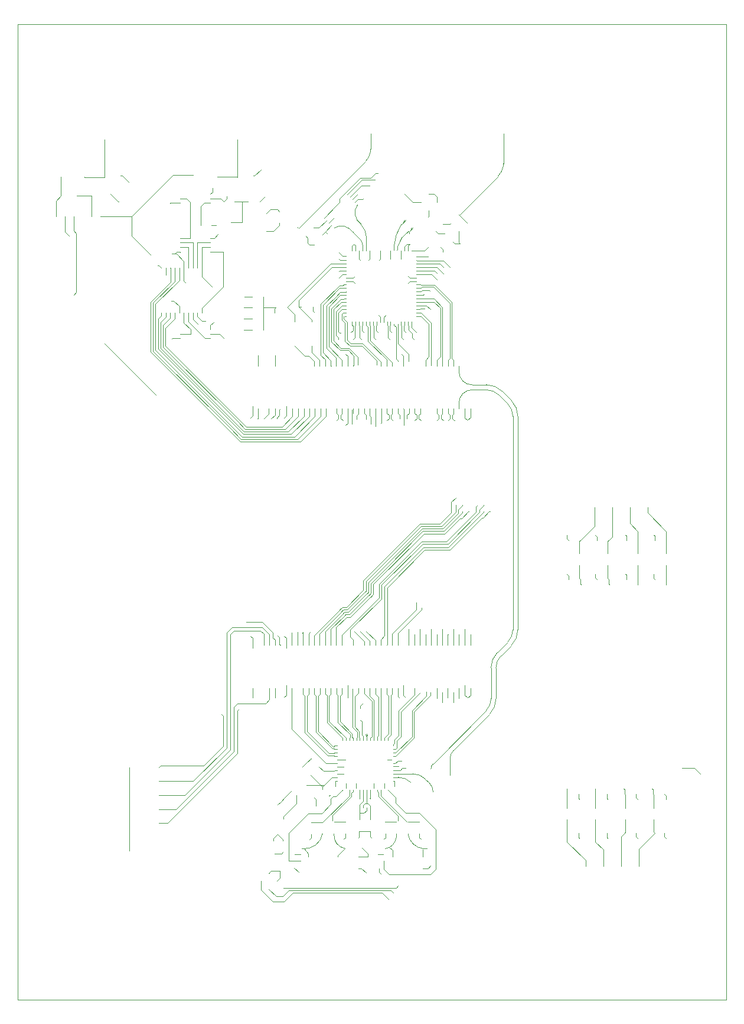
<source format=gtl>
G04 Layer_Physical_Order=1*
G04 Layer_Color=255*
%FSLAX23Y23*%
%MOIN*%
G70*
G01*
G75*
D12*
X2460Y2090D02*
X2460Y2089D01*
X2402Y4166D02*
X2439Y4128D01*
Y4128D02*
Y4128D01*
X2251Y4168D02*
X2253Y4166D01*
X2402D01*
X2542Y2751D02*
X2546D01*
X2505Y2714D02*
X2542Y2751D01*
X2498Y2714D02*
X2505D01*
X2410Y2627D02*
X2498Y2714D01*
X2293Y2627D02*
X2410D01*
X2007Y2286D02*
Y2341D01*
X2293Y2627D01*
X2003Y2282D02*
Y2282D01*
X2007Y2286D01*
X1999Y2278D02*
Y2278D01*
X2003Y2282D01*
X1995Y2274D02*
X1999Y2278D01*
X1995Y2274D02*
Y2274D01*
X1991Y2270D02*
X1995Y2274D01*
X1991Y2270D02*
Y2270D01*
X1878Y2157D02*
X1991Y2270D01*
X1856Y2157D02*
X1878D01*
X1798Y2099D02*
X1856Y2157D01*
X1798Y1999D02*
Y2099D01*
X2384Y4149D02*
X2403Y4130D01*
X2251Y4149D02*
X2384D01*
X2510Y2746D02*
Y2751D01*
X2405Y2641D02*
X2510Y2746D01*
X2287Y2641D02*
X2405D01*
X2063Y2416D02*
X2287Y2641D01*
X1993Y2347D02*
X2063Y2416D01*
X1993Y2292D02*
Y2347D01*
X1989Y2288D02*
X1993Y2292D01*
X1989Y2288D02*
Y2288D01*
X1985Y2284D02*
X1989Y2288D01*
X1985Y2284D02*
Y2284D01*
X1981Y2280D02*
X1985Y2284D01*
X1981Y2280D02*
Y2280D01*
X1872Y2171D02*
X1981Y2280D01*
X1850Y2171D02*
X1872D01*
X1846Y2167D02*
X1850Y2171D01*
X1846Y2167D02*
X1846D01*
X1767Y2088D02*
X1846Y2167D01*
X1767Y1999D02*
Y2088D01*
X2335Y4090D02*
X2365Y4060D01*
X2251Y4090D02*
X2335D01*
X2447Y2747D02*
Y2805D01*
X2472Y2830D01*
X2383Y2683D02*
X2447Y2747D01*
X2270Y2683D02*
X2383D01*
X1951Y2364D02*
X2270Y2683D01*
X1951Y2310D02*
Y2364D01*
X1855Y2213D02*
X1951Y2310D01*
X1833Y2213D02*
X1855D01*
X1829Y2209D02*
X1833Y2213D01*
X1829Y2209D02*
X1829D01*
X1825Y2205D02*
X1829Y2209D01*
X1825Y2205D02*
X1825D01*
X1821Y2201D02*
X1825Y2205D01*
X1821Y2201D02*
X1821D01*
X1816Y2197D02*
X1821Y2201D01*
X1816Y2197D02*
X1816D01*
X1673Y2053D02*
X1816Y2197D01*
X1673Y1999D02*
Y2053D01*
X2251Y4109D02*
X2352D01*
X2366Y4096D01*
X2474Y2750D02*
Y2789D01*
X2393Y2669D02*
X2474Y2750D01*
X2276Y2669D02*
X2393D01*
X1965Y2359D02*
X2276Y2669D01*
X1965Y2304D02*
Y2359D01*
X1961Y2300D02*
X1965Y2304D01*
X1961Y2300D02*
Y2300D01*
X1861Y2199D02*
X1961Y2300D01*
X1839Y2199D02*
X1861D01*
X1835Y2195D02*
X1839Y2199D01*
X1835Y2195D02*
X1835D01*
X1830Y2191D02*
X1835Y2195D01*
X1830Y2191D02*
X1830D01*
X1826Y2187D02*
X1830Y2191D01*
X1826Y2187D02*
X1826D01*
X1704Y2064D02*
X1826Y2187D01*
X1704Y1999D02*
Y2064D01*
X2367Y4129D02*
X2402Y4094D01*
X2251Y4129D02*
X2367D01*
X2510Y2785D02*
Y2790D01*
X2487Y2743D02*
Y2761D01*
X2510Y2785D01*
X2399Y2655D02*
X2487Y2743D01*
X2282Y2655D02*
X2399D01*
X1979Y2353D02*
X2282Y2655D01*
X1979Y2298D02*
Y2353D01*
X1975Y2294D02*
X1979Y2298D01*
X1975Y2294D02*
Y2294D01*
X1971Y2290D02*
X1975Y2294D01*
X1971Y2290D02*
Y2290D01*
X1866Y2185D02*
X1971Y2290D01*
X1844Y2185D02*
X1866D01*
X1840Y2181D02*
X1844Y2185D01*
X1840Y2181D02*
X1840D01*
X1836Y2177D02*
X1840Y2181D01*
X1836Y2177D02*
X1836D01*
X1735Y2076D02*
X1836Y2177D01*
X1735Y1999D02*
Y2076D01*
X2020Y4660D02*
X2032D01*
X1993Y4633D02*
X2020Y4660D01*
X1934Y4633D02*
X1993D01*
X1818Y4517D02*
X1934Y4633D01*
X1818Y4517D02*
X1818D01*
X1818Y4496D02*
Y4517D01*
X1797Y4475D02*
X1818Y4496D01*
X1729Y4407D02*
X1797Y4475D01*
X2661Y2751D02*
X2665D01*
X2625Y2715D02*
X2661Y2751D01*
X2619Y2715D02*
X2625D01*
X2439Y2535D02*
X2619Y2715D01*
X2297Y2535D02*
X2439D01*
X2085Y2002D02*
Y2323D01*
X2297Y2535D01*
X2082Y1999D02*
X2085Y2002D01*
X1943Y4621D02*
X2016D01*
X1861Y4539D02*
X1943Y4621D01*
X2629Y2748D02*
Y2752D01*
X2430Y2549D02*
X2629Y2748D01*
X2291Y2549D02*
X2430D01*
X2071Y2329D02*
X2291Y2549D01*
X2071Y2051D02*
Y2329D01*
X2050Y1999D02*
Y2030D01*
X2071Y2051D01*
X1940Y4590D02*
X1985D01*
X1875Y4526D02*
X1940Y4590D01*
X2631Y2786D02*
Y2788D01*
X2606Y2748D02*
Y2761D01*
X2631Y2786D01*
X2429Y2570D02*
X2606Y2748D01*
X2285Y2570D02*
X2429D01*
X2053Y2260D02*
Y2338D01*
X2285Y2570D01*
X1878Y2086D02*
X2053Y2260D01*
X1878Y2045D02*
Y2086D01*
X1893Y1999D02*
Y2030D01*
X1878Y2045D02*
X1893Y2030D01*
X2585Y2779D02*
X2595Y2789D01*
X2585Y2749D02*
Y2779D01*
X2420Y2584D02*
X2585Y2749D01*
X2279Y2584D02*
X2420D01*
X2039Y2344D02*
X2279Y2584D01*
X2039Y2266D02*
Y2344D01*
X1912Y2139D02*
X2039Y2266D01*
X1912Y2139D02*
Y2139D01*
X1830Y1999D02*
Y2057D01*
X1912Y2139D01*
X1831Y3302D02*
Y3331D01*
X1824Y3277D02*
X1835Y3266D01*
X1817Y3759D02*
X1823D01*
X1986Y3802D02*
Y3821D01*
X1990Y3717D02*
X2114Y3593D01*
Y3574D02*
Y3593D01*
X1967Y3802D02*
Y3821D01*
X1978Y3712D02*
X2082Y3608D01*
Y3574D02*
Y3608D01*
X1967Y3802D02*
X1978Y3791D01*
X1986Y3802D02*
X1990Y3798D01*
X1978Y3712D02*
Y3791D01*
X1990Y3717D02*
Y3798D01*
X1841Y3838D02*
Y3853D01*
X2050Y3574D02*
Y3595D01*
X1948Y3698D02*
X2050Y3595D01*
X2025Y3580D02*
Y3604D01*
X1943Y3686D02*
X2025Y3604D01*
X1875Y3686D02*
X1943D01*
X1859Y3719D02*
X1880Y3698D01*
X1859Y3719D02*
Y3820D01*
X1845Y3853D02*
X1854D01*
X1841Y3838D02*
X1859Y3820D01*
X1847Y3714D02*
X1875Y3686D01*
X1847Y3714D02*
Y3815D01*
X1837Y3873D02*
X1854D01*
X1829Y3865D02*
X1837Y3873D01*
X1829Y3833D02*
X1847Y3815D01*
X1829Y3833D02*
Y3865D01*
X1880Y3698D02*
X1948D01*
X1800Y3266D02*
X1811Y3277D01*
X1799Y3307D02*
Y3331D01*
X1798Y3746D02*
Y3878D01*
X1811Y3722D02*
Y3733D01*
X1798Y3746D02*
X1811Y3733D01*
X1810Y3766D02*
X1817Y3759D01*
X1893Y3574D02*
X1898Y3579D01*
X1870Y3674D02*
X1920Y3624D01*
Y3579D02*
Y3624D01*
X1865Y3662D02*
X1898Y3629D01*
X1852Y3934D02*
X1854Y3932D01*
X1825Y3934D02*
X1852D01*
X1783Y3892D02*
X1825Y3934D01*
X1783Y3715D02*
Y3892D01*
Y3715D02*
X1824Y3674D01*
X1839Y3948D02*
X1843Y3952D01*
X1854D01*
X1822Y3948D02*
X1839D01*
X1771Y3897D02*
X1822Y3948D01*
X1771Y3710D02*
Y3897D01*
X1824Y3674D02*
X1870D01*
X1898Y3579D02*
Y3629D01*
X1819Y3662D02*
X1865D01*
X1771Y3710D02*
X1819Y3662D01*
X1839Y4031D02*
X1854D01*
X1835Y4027D02*
X1839Y4031D01*
X1815Y4027D02*
X1835D01*
X1710Y3922D02*
X1815Y4027D01*
X1817Y4012D02*
X1854D01*
X1854Y4012D01*
X1722Y3917D02*
X1817Y4012D01*
X1820Y3989D02*
X1852D01*
X1795Y3963D02*
X1820Y3989D01*
X1852D02*
X1854Y3991D01*
X1821Y3973D02*
X1852D01*
X1854Y3971D01*
X1755Y3907D02*
X1821Y3973D01*
X1831Y3894D02*
X1853D01*
X1854Y3893D01*
X1810Y3873D02*
X1831Y3894D01*
X1831Y3911D02*
X1853D01*
X1798Y3878D02*
X1831Y3911D01*
X1811Y3277D02*
Y3295D01*
X1799Y3307D02*
X1811Y3295D01*
X1810Y3766D02*
Y3873D01*
X1798Y3574D02*
Y3618D01*
X1795Y3963D02*
X1795D01*
X1743Y3912D02*
X1795Y3963D01*
X1743Y3674D02*
Y3912D01*
Y3674D02*
X1798Y3618D01*
X1831Y3574D02*
Y3606D01*
X1755Y3682D02*
Y3907D01*
Y3682D02*
X1831Y3606D01*
X1824Y3277D02*
Y3295D01*
X1831Y3302D01*
X1824Y3276D02*
Y3277D01*
X1767Y3574D02*
X1769Y3572D01*
X1767Y3574D02*
Y3604D01*
X1735Y3574D02*
Y3609D01*
X1710Y3634D02*
X1735Y3609D01*
X1722Y3649D02*
X1767Y3604D01*
X1722Y3649D02*
Y3917D01*
X1710Y3634D02*
Y3922D01*
X2006Y3802D02*
Y3821D01*
X2203Y3802D02*
Y3821D01*
X2085Y3802D02*
Y3821D01*
X2104Y3802D02*
Y3821D01*
X2203Y3802D02*
X2207Y3798D01*
X2101D02*
X2104Y3802D01*
X2085D02*
X2089Y3798D01*
X1904D02*
X1908Y3802D01*
X1888D02*
X1892Y3798D01*
X2006Y3802D02*
X2010Y3798D01*
X2022D02*
X2026Y3802D01*
Y3821D01*
X1943Y3798D02*
X1947Y3802D01*
X1926Y3802D02*
X1930Y3798D01*
X1926Y3802D02*
Y3821D01*
X1947Y3802D02*
Y3821D01*
X1908Y3802D02*
Y3821D01*
X1888Y3802D02*
Y3821D01*
X2163Y3802D02*
X2167Y3798D01*
X2179D02*
X2183Y3802D01*
Y3820D01*
Y3821D01*
X2163Y3802D02*
Y3821D01*
X2124Y3802D02*
Y3808D01*
X2203Y4080D02*
X2213Y4070D01*
X1986Y4176D02*
Y4222D01*
X2104Y4176D02*
Y4222D01*
X2045Y4176D02*
Y4222D01*
X2039Y4170D02*
X2045Y4176D01*
X1980Y4170D02*
X1986Y4176D01*
X1892Y4070D02*
X1902Y4080D01*
X1325Y1702D02*
X1326Y1703D01*
Y1756D01*
X1547Y1999D02*
Y2068D01*
X2057Y602D02*
X2093Y566D01*
X1553Y602D02*
X2057D01*
X1502Y551D02*
X1553Y602D01*
X1372Y620D02*
Y668D01*
X1441Y551D02*
X1502D01*
X1372Y620D02*
X1441Y551D01*
X1579Y1999D02*
Y2071D01*
X2105Y616D02*
X2120Y601D01*
X1531Y616D02*
X2105D01*
X1466Y581D02*
X1496D01*
X1531Y616D01*
X1417Y624D02*
X1460Y581D01*
X1466D01*
X1610Y1999D02*
Y2067D01*
X1605D02*
X1609Y2071D01*
X1642Y2063D02*
X1650Y2071D01*
X1642Y1999D02*
Y2063D01*
X2135Y630D02*
X2146Y641D01*
X1500Y630D02*
X2135D01*
X1452Y1702D02*
Y1756D01*
X1478Y2004D02*
X1484Y1999D01*
X1478Y2004D02*
Y2042D01*
X1466Y2054D02*
X1478Y2042D01*
X1357Y3574D02*
Y3634D01*
X1452Y3574D02*
Y3634D01*
X1463Y3275D02*
Y3282D01*
X1465D02*
X1478Y3295D01*
Y3325D01*
X1484Y3331D01*
X1452Y3297D02*
Y3331D01*
X1429Y3275D02*
X1452Y3297D01*
X1416Y3302D02*
Y3331D01*
X1389Y3275D02*
X1416Y3302D01*
X1357Y3277D02*
Y3331D01*
X1353Y3275D02*
X1355Y3277D01*
X1740Y3289D02*
Y3331D01*
X1709Y3289D02*
Y3331D01*
X1678Y3289D02*
Y3331D01*
X1646Y3289D02*
Y3331D01*
X1615Y3289D02*
Y3331D01*
X1583Y3289D02*
Y3331D01*
X1551Y3289D02*
Y3331D01*
X862Y4046D02*
Y4125D01*
X861Y4126D02*
X862Y4125D01*
X750Y3934D02*
X862Y4046D01*
X750Y3651D02*
X1255Y3146D01*
X750Y3651D02*
Y3934D01*
X1200Y3222D02*
X1220Y3201D01*
X886Y4050D02*
Y4126D01*
X764Y3928D02*
X886Y4050D01*
X764Y3657D02*
X1200Y3222D01*
X1261Y3160D01*
X764Y3657D02*
Y3928D01*
X912Y4056D02*
Y4126D01*
X778Y3922D02*
X912Y4056D01*
X778Y3663D02*
X1267Y3174D01*
X778Y3663D02*
Y3922D01*
X1219Y3241D02*
X1232Y3229D01*
X810Y3857D02*
Y3874D01*
X792Y3839D02*
X810Y3857D01*
X792Y3669D02*
X1219Y3241D01*
X1273Y3188D01*
X792Y3669D02*
Y3839D01*
X835Y3849D02*
Y3874D01*
X806Y3820D02*
X835Y3849D01*
X806Y3674D02*
X1278Y3202D01*
X806Y3674D02*
Y3820D01*
X1239Y3261D02*
X1284Y3216D01*
X861Y3843D02*
Y3874D01*
X820Y3802D02*
X861Y3843D01*
X820Y3680D02*
X1239Y3261D01*
X820Y3680D02*
Y3802D01*
X886Y3838D02*
Y3874D01*
X834Y3786D02*
X886Y3838D01*
X834Y3686D02*
X1290Y3230D01*
X834Y3686D02*
Y3786D01*
X1597Y3146D02*
X1740Y3289D01*
X1255Y3146D02*
X1597D01*
X1579Y3160D02*
X1709Y3289D01*
X1261Y3160D02*
X1579D01*
X1562Y3174D02*
X1678Y3289D01*
X1267Y3174D02*
X1562D01*
X1544Y3188D02*
X1646Y3289D01*
X1273Y3188D02*
X1544D01*
X1527Y3202D02*
X1615Y3289D01*
X1278Y3202D02*
X1527D01*
X1510Y3216D02*
X1583Y3289D01*
X1284Y3216D02*
X1510D01*
X1492Y3230D02*
X1551Y3289D01*
X1290Y3230D02*
X1492D01*
X2147Y3699D02*
Y3808D01*
Y3699D02*
X2208Y3638D01*
Y3600D02*
Y3638D01*
X2145Y3600D02*
Y3602D01*
X2135Y3612D02*
X2145Y3602D01*
X2135Y3612D02*
Y3791D01*
X2124Y3802D02*
X2135Y3791D01*
X2146Y3307D02*
Y3331D01*
X2209Y3331D02*
Y3331D01*
Y3307D02*
Y3331D01*
X2179Y3772D02*
Y3798D01*
Y3772D02*
X2190Y3762D01*
X2197Y3295D02*
X2209Y3307D01*
X2197Y3277D02*
Y3295D01*
X2167Y3732D02*
Y3798D01*
Y3732D02*
X2178Y3722D01*
X2158Y3277D02*
Y3295D01*
X2146Y3307D02*
X2158Y3295D01*
X1894Y3307D02*
Y3331D01*
X1994Y3247D02*
Y3286D01*
X1987Y3293D02*
Y3330D01*
Y3293D02*
X1994Y3286D01*
X1930Y3732D02*
X1941Y3722D01*
X1930Y3732D02*
Y3798D01*
X1968Y3272D02*
Y3295D01*
X1956Y3307D02*
X1968Y3295D01*
X1957Y3307D02*
Y3331D01*
X1987Y3330D02*
X1987Y3331D01*
X1943Y3772D02*
X1953Y3762D01*
X1943Y3772D02*
Y3798D01*
X1888Y3247D02*
Y3326D01*
X1924Y3303D02*
Y3331D01*
X1913Y3292D02*
X1924Y3303D01*
X1913Y3272D02*
Y3292D01*
X2052Y3251D02*
Y3331D01*
X2051Y3250D02*
X2052Y3251D01*
X2022Y3772D02*
Y3798D01*
Y3772D02*
X2032Y3762D01*
X2020Y3233D02*
Y3331D01*
Y3233D02*
X2021Y3232D01*
X2010Y3732D02*
Y3798D01*
Y3732D02*
X2020Y3722D01*
X1610Y1724D02*
Y1756D01*
X1620Y1507D02*
Y1714D01*
X1642Y1724D02*
Y1756D01*
X1785Y1376D02*
X1788Y1372D01*
X1802D01*
X1610Y1724D02*
X1620Y1714D01*
X1788Y1391D02*
X1802D01*
X1785Y1388D02*
X1788Y1391D01*
X1632Y1714D02*
X1642Y1724D01*
X1632Y1512D02*
Y1714D01*
X1751Y1376D02*
X1785D01*
X1620Y1507D02*
X1751Y1376D01*
X1756Y1388D02*
X1785D01*
X1632Y1512D02*
X1756Y1388D01*
X1802Y1332D02*
Y1334D01*
X1547Y1526D02*
Y1756D01*
X1739Y1334D02*
X1800D01*
X1547Y1526D02*
X1739Y1334D01*
X1890Y1753D02*
X1893Y1756D01*
X1890Y1713D02*
Y1753D01*
X1924Y1730D02*
Y1756D01*
X1902Y1708D02*
X1924Y1730D01*
X1916Y1479D02*
Y1509D01*
X1912Y1475D02*
X1916Y1479D01*
X1912Y1462D02*
Y1475D01*
X1890Y1535D02*
Y1713D01*
X1894Y1531D02*
Y1531D01*
Y1531D02*
X1916Y1509D01*
X1890Y1535D02*
X1894Y1531D01*
X1928Y1479D02*
X1931Y1475D01*
X1928Y1479D02*
Y1514D01*
X1931Y1462D02*
Y1475D01*
X1902Y1539D02*
X1928Y1514D01*
X1902Y1539D02*
Y1708D01*
X2274Y4031D02*
X2275Y4030D01*
X2251Y4031D02*
X2274D01*
X2251Y4012D02*
X2251Y4011D01*
X2251Y4011D02*
X2252Y4011D01*
X2451Y3616D02*
Y3932D01*
Y3616D02*
X2461Y3606D01*
Y3574D02*
Y3606D01*
X2353Y4030D02*
X2451Y3932D01*
X2275Y4011D02*
X2279Y4015D01*
X2252Y4011D02*
X2275D01*
X2439Y3616D02*
Y3927D01*
X2429Y3606D02*
X2439Y3616D01*
X2429Y3574D02*
Y3606D01*
X2279Y4015D02*
X2282Y4018D01*
X2275Y4030D02*
X2353D01*
X2282Y4018D02*
X2348D01*
X2439Y3927D01*
X2429Y3307D02*
Y3331D01*
X2430Y3266D02*
X2441Y3277D01*
X2461Y3302D02*
Y3331D01*
X2463Y3267D02*
X2468D01*
X2301Y3999D02*
X2323D01*
X2301Y3999D02*
X2301Y3999D01*
X2323D02*
X2327Y3995D01*
X2301Y3999D02*
X2301Y3999D01*
X2283Y3999D02*
X2301D01*
X2251Y3992D02*
X2276D01*
X2283Y3999D01*
X2454Y3295D02*
X2461Y3302D01*
X2454Y3276D02*
Y3295D01*
Y3276D02*
X2463Y3267D01*
X2287Y3972D02*
X2292Y3977D01*
X2251Y3972D02*
X2287D01*
X2429Y3307D02*
X2441Y3295D01*
Y3277D02*
Y3295D01*
X2398Y3606D02*
Y3904D01*
X2251Y3953D02*
X2349D01*
X2398Y3606D02*
X2398Y3606D01*
X2398Y3574D02*
Y3606D01*
X2279Y3933D02*
X2280Y3934D01*
X2351D01*
X2251Y3933D02*
X2279D01*
X2251Y3933D02*
X2251Y3933D01*
X2366Y3606D02*
X2386Y3626D01*
X2366Y3574D02*
Y3606D01*
X2349Y3953D02*
X2398Y3904D01*
X2351Y3934D02*
X2386Y3899D01*
Y3626D02*
Y3899D01*
X2398Y3302D02*
Y3331D01*
X2391Y3277D02*
X2402Y3266D01*
X2366Y3331D02*
Y3331D01*
Y3307D02*
Y3331D01*
X2274Y3897D02*
X2294D01*
X2297D01*
X2391Y3295D02*
X2398Y3302D01*
X2391Y3277D02*
Y3295D01*
Y3276D02*
Y3277D01*
X2270Y3894D02*
X2274Y3897D01*
X2251Y3894D02*
X2270D01*
X2366Y3307D02*
X2378Y3295D01*
Y3277D02*
Y3295D01*
X2367Y3266D02*
X2378Y3277D01*
X1933Y1656D02*
X1949Y1672D01*
X1933Y1642D02*
Y1656D01*
X2036Y3858D02*
X2045Y3849D01*
Y3820D02*
Y3849D01*
X2065Y3847D02*
X2075Y3858D01*
X2065Y3820D02*
Y3847D01*
X1813Y4211D02*
X1833Y4191D01*
X1813Y4070D02*
X1833Y4090D01*
X1854D01*
X1888Y4250D02*
X1898Y4260D01*
X1888Y4222D02*
Y4250D01*
X1898Y4260D02*
X1907Y4251D01*
Y4222D02*
Y4251D01*
X2163Y4176D02*
Y4222D01*
X2213Y4050D02*
X2251D01*
X2213Y4070D02*
X2251D01*
X1813Y4175D02*
X1820Y4168D01*
X1854D01*
X1813Y4105D02*
X1817Y4109D01*
X1854D01*
Y4070D02*
X1892D01*
X1854Y4050D02*
X1892D01*
X1927Y4176D02*
X1933Y4170D01*
X1927Y4176D02*
Y4222D01*
X1872Y1150D02*
Y1184D01*
X1723Y1001D02*
X1872Y1150D01*
X1777Y1010D02*
Y1038D01*
X1892Y1174D02*
Y1184D01*
X1777Y1038D02*
X1884Y1145D01*
Y1166D01*
X1892Y1174D01*
X2049Y1150D02*
Y1184D01*
Y1150D02*
X2198Y1001D01*
X2145Y1009D02*
Y1037D01*
X2037Y1145D02*
X2145Y1037D01*
X2037Y1145D02*
Y1167D01*
X2029Y1175D02*
X2037Y1167D01*
X2029Y1175D02*
Y1184D01*
X1673Y1724D02*
X1683Y1714D01*
Y1508D02*
Y1714D01*
X1695Y1714D02*
X1705Y1724D01*
X1695Y1513D02*
Y1714D01*
X1683Y1508D02*
X1776Y1415D01*
X1788Y1411D02*
X1802D01*
X1785Y1415D02*
X1788Y1411D01*
X1776Y1415D02*
X1785D01*
X1695Y1513D02*
X1781Y1427D01*
X1785D01*
X1788Y1431D02*
X1802D01*
X1785Y1427D02*
X1788Y1431D01*
X1736Y1724D02*
X1745Y1715D01*
X1757Y1713D02*
X1768Y1724D01*
X1757Y1570D02*
X1852Y1475D01*
X1745Y1563D02*
X1833Y1475D01*
X1757Y1686D02*
Y1713D01*
X1799Y1724D02*
X1808Y1715D01*
Y1563D02*
Y1715D01*
X1820Y1713D02*
X1831Y1724D01*
X1820Y1568D02*
Y1713D01*
X1808Y1563D02*
X1876Y1495D01*
X1872Y1475D02*
X1876Y1479D01*
Y1495D01*
X1820Y1568D02*
X1888Y1500D01*
Y1479D02*
X1892Y1475D01*
X1888Y1479D02*
Y1500D01*
X2089Y1475D02*
X2105Y1491D01*
X2069Y1475D02*
X2093Y1499D01*
X2105Y1491D02*
Y1715D01*
X2114Y1724D01*
X2093Y1499D02*
Y1714D01*
X2083Y1724D02*
X2093Y1714D01*
X2225Y1628D02*
X2308Y1711D01*
Y1735D01*
X2132Y1372D02*
X2237Y1476D01*
Y1623D01*
X2132Y1391D02*
X2225Y1484D01*
Y1628D01*
X2237Y1623D02*
X2329Y1715D01*
Y1733D01*
X2162Y1483D02*
Y1623D01*
X2150Y1488D02*
Y1628D01*
X2241Y1718D01*
X2132Y1411D02*
X2139Y1418D01*
Y1460D02*
X2162Y1483D01*
X2139Y1418D02*
Y1460D01*
X2119Y1439D02*
X2127Y1447D01*
Y1465D02*
X2150Y1488D01*
X2127Y1447D02*
Y1465D01*
X2162Y1623D02*
X2272Y1733D01*
X1800Y1334D02*
X1802Y1332D01*
X2089Y3732D02*
Y3798D01*
Y3732D02*
X2099Y3722D01*
X2083Y3307D02*
X2095Y3295D01*
Y3277D02*
Y3295D01*
X2101Y3772D02*
X2111Y3762D01*
X2101Y3772D02*
Y3798D01*
X2107Y3295D02*
X2114Y3302D01*
X2107Y3276D02*
Y3277D01*
Y3295D01*
X2223Y3788D02*
X2249Y3762D01*
X2264Y3276D02*
Y3277D01*
Y3295D01*
X2272Y3302D01*
X2227Y3732D02*
X2237Y3722D01*
X2227Y3732D02*
Y3756D01*
X2207Y3776D02*
Y3798D01*
Y3776D02*
X2227Y3756D01*
X2253Y3277D02*
Y3295D01*
X2240Y3307D02*
X2253Y3295D01*
X1881Y3762D02*
X1892Y3772D01*
Y3798D01*
X1893Y3722D02*
X1904Y3732D01*
Y3798D01*
X2030Y1482D02*
X2038Y1490D01*
Y1706D01*
X2030Y1462D02*
Y1482D01*
X2020Y1724D02*
X2038Y1706D01*
X2050Y1462D02*
Y1755D01*
X2050Y1756D01*
X1987Y1711D02*
Y1756D01*
X1990Y1462D02*
Y1475D01*
X1999Y1483D02*
Y1683D01*
X1990Y1475D02*
X1999Y1483D01*
X1956Y1726D02*
X1999Y1683D01*
X1987Y1711D02*
X2011Y1688D01*
X2010Y1462D02*
Y1475D01*
X2011Y1476D02*
Y1688D01*
X2010Y1475D02*
X2011Y1476D01*
X1956Y1726D02*
Y1756D01*
X2203Y4222D02*
Y4251D01*
X2212Y4260D01*
X2183Y4222D02*
Y4245D01*
X2198Y4260D01*
X2212D01*
X1745Y1691D02*
Y1715D01*
X1705Y1724D02*
Y1756D01*
X1673Y1724D02*
Y1756D01*
X1757Y1570D02*
Y1686D01*
X1768Y1724D02*
Y1756D01*
X1852Y1461D02*
Y1475D01*
X1745Y1563D02*
Y1691D01*
X1833Y1461D02*
Y1475D01*
X1736Y1724D02*
Y1756D01*
X2119Y1372D02*
X2132D01*
X2119Y1391D02*
X2132D01*
X2119Y1411D02*
X2132D01*
X2241Y1718D02*
Y1756D01*
X2119Y1431D02*
Y1439D01*
X2114Y1724D02*
Y1756D01*
X2089Y1461D02*
Y1475D01*
X2083Y1724D02*
Y1756D01*
X2069Y1461D02*
Y1475D01*
X1831Y1724D02*
Y1756D01*
X1892Y1461D02*
Y1475D01*
X1872Y1461D02*
Y1475D01*
X1799Y1724D02*
Y1756D01*
X2114Y3302D02*
Y3331D01*
X2107Y3277D02*
X2118Y3266D01*
X2083Y3307D02*
Y3331D01*
X2083Y3266D02*
X2095Y3277D01*
X2240Y3307D02*
Y3331D01*
X2241Y3266D02*
X2253Y3277D01*
X2272Y3302D02*
Y3331D01*
X2264Y3277D02*
X2276Y3266D01*
X2223Y3788D02*
Y3821D01*
X2020Y1724D02*
Y1756D01*
X2203Y4040D02*
X2213Y4050D01*
X1892D02*
X1902Y4040D01*
X1833Y4191D02*
X1854D01*
X2321Y3625D02*
Y3808D01*
X2275Y3874D02*
X2333Y3816D01*
Y3575D02*
Y3816D01*
X2251Y3874D02*
X2275D01*
Y3854D02*
X2321Y3808D01*
X2251Y3854D02*
X2275D01*
X2278D01*
X2303Y3606D02*
X2321Y3625D01*
X2303Y3574D02*
Y3606D01*
X2120Y1293D02*
X2159D01*
X2119Y1293D02*
X2120Y1293D01*
X2159D02*
X2171Y1305D01*
X2190D01*
X1967Y2077D02*
X2019Y2025D01*
Y1999D02*
Y2025D01*
X2121Y1315D02*
X2150D01*
X1987Y1999D02*
Y2023D01*
X1934Y2077D02*
X1987Y2023D01*
X2119Y1333D02*
X2131D01*
X2145Y1347D01*
X2168D01*
X1956Y1999D02*
Y2019D01*
X1900Y2075D02*
X1956Y2019D01*
X2251Y3913D02*
X2308D01*
X2330Y3891D01*
X1421Y1999D02*
Y2024D01*
D13*
X1790Y1293D02*
X1802D01*
X1786Y1289D02*
X1790Y1293D01*
X1701Y1314D02*
X1726Y1289D01*
X1786D01*
D15*
X2250Y2200D02*
Y2240D01*
X2114Y2063D02*
X2250Y2200D01*
X2280D02*
Y2210D01*
X2145Y2065D02*
X2280Y2200D01*
X2334Y1999D02*
Y2090D01*
X2114Y1999D02*
Y2063D01*
X2145Y1999D02*
Y2065D01*
X2208Y1999D02*
Y2090D01*
X2240Y2059D02*
X2240Y2060D01*
X2240Y1999D02*
Y2059D01*
X2271Y1999D02*
Y2090D01*
X2303Y1999D02*
Y2060D01*
X2365Y2060D02*
X2366Y2060D01*
X2365Y1999D02*
Y2060D01*
X2397Y1999D02*
Y2090D01*
X2428Y2060D02*
X2429Y2060D01*
X2428Y1999D02*
Y2060D01*
X2460Y1999D02*
Y2089D01*
X2491Y1999D02*
Y2060D01*
X2523Y1999D02*
Y2090D01*
X2555Y1999D02*
Y2060D01*
X2145Y1710D02*
X2152Y1703D01*
X2145Y1710D02*
Y1756D01*
X3821Y1305D02*
X3852Y1274D01*
X3750Y1305D02*
X3821D01*
X2491Y1700D02*
Y1756D01*
X2460Y1676D02*
Y1731D01*
X2397Y1676D02*
Y1731D01*
X2428Y1701D02*
Y1756D01*
X2365Y1700D02*
X2365Y1701D01*
Y1756D01*
X2209Y4330D02*
X2230Y4351D01*
X797Y1074D02*
X894D01*
X1370Y2080D02*
X1389Y2061D01*
X1220Y2080D02*
X1370D01*
X1200Y2060D02*
X1220Y2080D01*
X1200Y1410D02*
Y2060D01*
X943Y1153D02*
X1200Y1410D01*
X797Y1153D02*
X943D01*
X1389Y1999D02*
Y2061D01*
X1380Y2100D02*
X1421Y2059D01*
X1210Y2100D02*
X1380D01*
X1180Y2070D02*
X1210Y2100D01*
X1180Y1420D02*
Y2070D01*
X991Y1231D02*
X1180Y1420D01*
X797Y1231D02*
X991D01*
X1421Y2024D02*
Y2059D01*
X894Y1074D02*
X1220Y1400D01*
Y1650D01*
X1240Y1670D01*
X1400D01*
X1421Y1691D01*
Y1756D01*
X1452Y1999D02*
Y2028D01*
X1440Y2040D02*
X1452Y2028D01*
X1440Y2040D02*
Y2070D01*
X1380Y2130D02*
X1440Y2070D01*
X1290Y2130D02*
X1380D01*
X1240Y1630D02*
X1250Y1640D01*
X1240Y1390D02*
Y1630D01*
X845Y995D02*
X1240Y1390D01*
X797Y995D02*
X845D01*
X1150Y1610D02*
X1160Y1600D01*
Y1430D02*
Y1600D01*
X1050Y1320D02*
X1160Y1430D01*
X807Y1320D02*
X1050D01*
X797Y1310D02*
X807Y1320D01*
X4000Y-0D02*
Y5500D01*
X1193D02*
X4000D01*
X0Y1681D02*
Y3650D01*
X753Y-0D02*
X4000D01*
X0D02*
Y1681D01*
Y-0D02*
X753D01*
X0Y5500D02*
X1193D01*
X0Y3650D02*
Y5500D01*
D16*
X2204Y4329D02*
G03*
X2200Y4326I70J-111D01*
G01*
X2204Y4329D02*
G03*
X2200Y4326I70J-111D01*
G01*
X2204Y4329D02*
G03*
X2200Y4326I70J-111D01*
G01*
X2208Y4331D02*
G03*
X2204Y4329I65J-113D01*
G01*
X2208Y4331D02*
G03*
X2204Y4329I65J-113D01*
G01*
X2208Y4331D02*
G03*
X2204Y4329I65J-113D01*
G01*
X2208Y4331D02*
G03*
X2204Y4329I65J-113D01*
G01*
X2208Y4331D02*
G03*
X2204Y4329I65J-113D01*
G01*
X2208Y4331D02*
G03*
X2204Y4329I65J-113D01*
G01*
X2208Y4331D02*
G03*
X2204Y4329I65J-113D01*
G01*
D02*
G03*
X2200Y4326I70J-111D01*
G01*
X2204Y4329D02*
G03*
X2200Y4326I70J-111D01*
G01*
X2204Y4329D02*
G03*
X2200Y4326I70J-111D01*
G01*
X2204Y4329D02*
G03*
X2200Y4326I70J-111D01*
G01*
X3660Y2340D02*
Y2370D01*
X3500Y2340D02*
Y2370D01*
X3335Y2345D02*
X3340Y2340D01*
X3335Y2345D02*
Y2370D01*
X3175Y2345D02*
X3180Y2340D01*
X3175Y2345D02*
Y2370D01*
X3580Y1190D02*
X3585Y1185D01*
Y1160D02*
Y1185D01*
X3420Y1190D02*
X3425Y1185D01*
Y1160D02*
Y1185D01*
X3260Y1160D02*
Y1190D01*
X3100Y1160D02*
Y1190D01*
X3555Y2745D02*
Y2776D01*
Y2745D02*
X3660Y2640D01*
Y2590D02*
Y2640D01*
X3455Y2685D02*
Y2776D01*
Y2685D02*
X3500Y2640D01*
Y2590D02*
Y2640D01*
X3175Y2590D02*
X3255Y2670D01*
Y2776D01*
X3335Y2590D02*
X3355Y2610D01*
Y2776D01*
X3170Y2585D02*
X3175Y2590D01*
X3170Y2515D02*
Y2585D01*
Y2375D02*
X3175Y2370D01*
X3170Y2375D02*
Y2450D01*
X3330Y2585D02*
X3335Y2590D01*
X3330Y2515D02*
Y2585D01*
Y2375D02*
X3335Y2370D01*
X3330Y2375D02*
Y2450D01*
X3500Y2370D02*
Y2450D01*
Y2515D02*
Y2590D01*
X3660Y2515D02*
Y2590D01*
Y2370D02*
Y2450D01*
X3100Y2600D02*
Y2620D01*
Y2600D02*
X3110Y2590D01*
X3260Y2620D02*
X3270Y2610D01*
Y2590D02*
Y2610D01*
X3430Y2620D02*
X3435Y2615D01*
Y2590D02*
Y2615D01*
X3590Y2620D02*
X3595Y2615D01*
Y2590D02*
Y2615D01*
X3100Y2400D02*
X3110Y2390D01*
Y2370D02*
Y2390D01*
X3260Y2380D02*
Y2400D01*
Y2380D02*
X3270Y2370D01*
X3430Y2400D02*
X3435Y2395D01*
Y2370D02*
Y2395D01*
X3590Y2375D02*
Y2400D01*
Y2375D02*
X3595Y2370D01*
X3205Y754D02*
Y785D01*
X3100Y890D02*
X3205Y785D01*
X3100Y890D02*
Y940D01*
X3305Y754D02*
Y845D01*
X3260Y890D02*
X3305Y845D01*
X3260Y890D02*
Y940D01*
X3405Y920D02*
X3425Y940D01*
X3405Y754D02*
Y920D01*
X3505Y850D02*
X3595Y940D01*
X3505Y754D02*
Y850D01*
X3585Y1160D02*
X3590Y1155D01*
Y1080D02*
Y1155D01*
Y945D02*
X3595Y940D01*
X3590Y945D02*
Y1015D01*
X3425Y940D02*
X3430Y945D01*
Y1015D01*
X3425Y1160D02*
X3430Y1155D01*
Y1080D02*
Y1155D01*
X3260Y940D02*
Y1015D01*
Y1080D02*
Y1160D01*
X3100Y940D02*
Y1015D01*
Y1080D02*
Y1160D01*
X3650Y920D02*
X3660Y910D01*
X3650Y920D02*
Y940D01*
X3490Y920D02*
X3500Y910D01*
X3490Y920D02*
Y940D01*
X3325Y915D02*
X3330Y910D01*
X3325Y915D02*
Y940D01*
X3165Y915D02*
X3170Y910D01*
X3165Y915D02*
Y940D01*
X3660Y1130D02*
Y1150D01*
X3650Y1160D02*
X3660Y1150D01*
X3490Y1140D02*
X3500Y1130D01*
X3490Y1140D02*
Y1160D01*
X3325Y1135D02*
X3330Y1130D01*
X3325Y1135D02*
Y1160D01*
X3165Y1135D02*
X3170Y1130D01*
X3165Y1135D02*
Y1160D01*
X1875Y4525D02*
Y4526D01*
X1642Y3630D02*
X1673Y3599D01*
Y3574D02*
Y3599D01*
X1704Y3574D02*
Y3606D01*
X1661Y3649D02*
X1704Y3606D01*
X1619Y3630D02*
X1642D01*
X1563Y3686D02*
X1619Y3630D01*
X1661Y3649D02*
Y3686D01*
X1766Y4150D02*
X1854D01*
X1523Y3903D02*
X1563Y3863D01*
Y3821D02*
Y3863D01*
X1773Y4130D02*
X1854D01*
X1587Y3905D02*
X1661Y3831D01*
X1587Y3905D02*
X1601D01*
X1586Y3906D02*
X1587Y3905D01*
X1661Y3821D02*
Y3831D01*
X2555Y3282D02*
Y3334D01*
X2523Y3280D02*
Y3334D01*
X1862Y1701D02*
Y1771D01*
X1094Y4365D02*
X1120D01*
X1277Y3902D02*
X1323D01*
X1277Y3838D02*
X1323D01*
X1277Y3776D02*
X1323D01*
X1508Y1139D02*
X1546Y1178D01*
X1485Y1116D02*
X1508Y1139D01*
X2523Y1717D02*
Y1771D01*
X2177Y1717D02*
Y1771D01*
X1425Y4455D02*
X1466D01*
X1515Y3292D02*
Y3346D01*
Y1984D02*
Y2038D01*
Y1717D02*
Y1771D01*
X1326Y3292D02*
Y3346D01*
Y1984D02*
Y2038D01*
X1388Y3776D02*
Y3963D01*
X1390Y3903D02*
X1458D01*
X1450Y3872D02*
Y3895D01*
X1458Y3903D01*
X1666Y3882D02*
Y3905D01*
Y3882D02*
X1673Y3875D01*
X1523Y3907D02*
X1766Y4150D01*
X1523Y3903D02*
Y3907D01*
X1586Y3906D02*
Y3943D01*
X1672Y4029D02*
X1773Y4130D01*
X1586Y3943D02*
X1672Y4029D01*
X1265Y4500D02*
X1301D01*
X1228D02*
X1265D01*
Y4382D02*
Y4500D01*
X1202Y4382D02*
X1265D01*
X1466Y4455D02*
X1478Y4443D01*
X1402Y4432D02*
X1425Y4455D01*
X1444Y4332D02*
X1478Y4366D01*
X895Y4205D02*
X938Y4162D01*
X1402Y4332D02*
X1444D01*
X2491Y4268D02*
Y4320D01*
Y4268D02*
X2498Y4261D01*
X2457Y4272D02*
X2468Y4261D01*
X2498D01*
X2385Y4244D02*
X2400Y4229D01*
Y4216D02*
Y4229D01*
X2491Y4320D02*
X2491Y4320D01*
Y4332D01*
X1640Y1050D02*
X1715D01*
X1767Y1102D01*
X1796Y1147D02*
X1833Y1184D01*
X1780Y1147D02*
X1796D01*
X1767Y1102D02*
Y1134D01*
X1833Y1180D02*
Y1184D01*
X1758Y1149D02*
X1762Y1153D01*
X2555Y1716D02*
Y1756D01*
X2540Y1701D02*
X2555Y1716D01*
X2523Y1717D02*
X2535Y1705D01*
X2177Y1717D02*
X2188Y1705D01*
X1503D02*
X1515Y1717D01*
X1503Y2050D02*
X1515Y2038D01*
X1314Y2050D02*
X1326Y2038D01*
X2541Y3268D02*
X2555Y3282D01*
X2523Y3280D02*
X2535Y3268D01*
X1314Y3280D02*
X1326Y3292D01*
X1503Y3280D02*
X1515Y3292D01*
X2177Y3574D02*
Y3628D01*
X2165Y3640D02*
X2177Y3628D01*
X1850Y3640D02*
X1862Y3628D01*
Y3574D02*
Y3628D01*
X2085Y1352D02*
X2111D01*
X1337Y4645D02*
X1372Y4680D01*
X1330Y4645D02*
X1337D01*
X1088Y4215D02*
X1160D01*
X1862Y3250D02*
Y3331D01*
X1850Y3238D02*
X1862Y3250D01*
X2134Y1110D02*
Y1138D01*
Y1110D02*
X2191Y1053D01*
X2265D01*
X2360Y735D02*
Y958D01*
X2011Y1194D02*
Y1220D01*
X1758Y4379D02*
X1788Y4410D01*
X2265Y1053D02*
X2360Y958D01*
X1970Y1106D02*
X1978D01*
X1961D02*
X1970D01*
X1978D02*
X1991Y1093D01*
X1950Y1095D02*
X1961Y1106D01*
X1970Y1134D02*
Y1184D01*
X1803Y1313D02*
X1839D01*
X1803Y1352D02*
X1850D01*
X1852Y1194D02*
Y1220D01*
X2069Y1194D02*
Y1220D01*
X1911Y1194D02*
Y1220D01*
X2251Y4189D02*
X2317D01*
X2223Y4222D02*
X2298D01*
X2441Y4372D02*
X2447Y4378D01*
X1889Y4511D02*
X1920Y4542D01*
X1921Y4514D02*
X1947D01*
X1953Y4520D01*
X1648Y4255D02*
X1674D01*
X1638Y4265D02*
X1648Y4255D01*
X1626Y4305D02*
X1638Y4293D01*
Y4265D02*
Y4293D01*
X1903Y4497D02*
X1921Y4514D01*
X2316Y4412D02*
X2321Y4417D01*
Y4449D01*
X2231Y4496D02*
X2275D01*
X2183Y4544D02*
X2231Y4496D01*
X2367Y4495D02*
Y4525D01*
X2359Y4533D02*
X2367Y4525D01*
X2321Y4542D02*
X2350D01*
X2359Y4533D01*
X1088Y3753D02*
X1141D01*
X1164Y3730D01*
X1058Y3728D02*
X1088D01*
X963Y3823D02*
X1058Y3728D01*
X963Y3823D02*
Y3874D01*
X918Y3753D02*
X975D01*
Y3778D01*
X938Y3815D02*
X975Y3778D01*
X938Y3815D02*
Y3874D01*
Y4126D02*
Y4162D01*
X915Y4214D02*
X918Y4217D01*
X1040Y4126D02*
Y4243D01*
X1088D01*
X1014Y4126D02*
Y4268D01*
X1088D01*
X989Y4126D02*
Y4268D01*
X918D02*
X989D01*
X963Y4126D02*
Y4243D01*
X918D02*
X963D01*
X918Y4294D02*
X972D01*
X1088Y4215D02*
Y4217D01*
X1094Y4365D02*
Y4367D01*
X1224Y4500D02*
X1228D01*
X1163D02*
X1180Y4517D01*
Y4530D01*
X1366Y4500D02*
X1395Y4529D01*
X1040Y3898D02*
X1096Y3955D01*
X1040Y3874D02*
Y3898D01*
Y4076D02*
X1096Y4020D01*
X1040Y4076D02*
Y4126D01*
X1096Y3955D02*
X1160Y4018D01*
Y4215D01*
X581Y4645D02*
X590D01*
X625Y4610D01*
X524Y4541D02*
X565Y4500D01*
X570D01*
X912Y3874D02*
Y3908D01*
X880Y3940D02*
X912Y3908D01*
X865Y3940D02*
X880D01*
X870Y3725D02*
X873Y3728D01*
X2177Y3331D02*
X2180Y3328D01*
Y3240D02*
Y3328D01*
X1147Y4517D02*
X1163Y4500D01*
X1088Y4517D02*
X1147D01*
X1053Y4491D02*
X1088D01*
X1033Y4471D02*
X1053Y4491D01*
X918Y4517D02*
X952D01*
X972Y4497D01*
X861Y4491D02*
X918D01*
X860Y4490D02*
X861Y4491D01*
X1014Y3851D02*
Y3874D01*
Y3851D02*
X1040Y3825D01*
X1060D01*
X897Y4217D02*
X918D01*
X885Y4205D02*
X897Y4217D01*
X870Y4205D02*
X885D01*
X895D01*
X790Y4140D02*
X795D01*
X810Y4126D01*
X835Y4085D02*
Y4126D01*
X835Y4085D02*
X835Y4085D01*
X938Y4051D02*
X947Y4042D01*
X938Y4051D02*
Y4126D01*
X1654Y1360D02*
X1655D01*
X1467Y1098D02*
X1485Y1116D01*
X1607Y1313D02*
X1608D01*
X1849Y914D02*
Y935D01*
X1840Y905D02*
X1849Y914D01*
X1608Y1313D02*
X1630Y1335D01*
X1655Y1360D01*
X1648Y904D02*
X1657Y913D01*
Y934D01*
X2066Y905D02*
X2075Y914D01*
Y935D01*
X2267Y914D02*
X2276Y905D01*
X2267Y914D02*
Y935D01*
X2040Y719D02*
Y740D01*
Y719D02*
X2049Y710D01*
X2298Y4222D02*
X2321Y4245D01*
X1803Y1273D02*
X1840D01*
X1991Y1015D02*
Y1093D01*
X1970Y1106D02*
Y1132D01*
X1950Y1081D02*
Y1095D01*
X1033Y4367D02*
Y4471D01*
X972Y4294D02*
Y4367D01*
Y4497D01*
X1279Y3963D02*
X1323D01*
X2065Y735D02*
X2095Y705D01*
X2065Y735D02*
Y783D01*
X2330Y705D02*
X2360Y735D01*
X2095Y705D02*
X2330D01*
X2089Y1184D02*
X2089Y1184D01*
X2089Y1184D02*
X2134Y1138D01*
X2285Y740D02*
X2315D01*
X2330Y755D01*
X2115Y805D02*
Y841D01*
X2098Y858D02*
X2115Y841D01*
X1530Y783D02*
Y940D01*
Y783D02*
X1596D01*
X1530Y940D02*
X1640Y1050D01*
X1767Y1134D02*
X1780Y1147D01*
D17*
X2220Y1224D02*
G03*
X2149Y1254I-71J-71D01*
G01*
X2301Y1244D02*
G03*
X2230Y1273I-71J-71D01*
G01*
X2345Y1171D02*
G03*
X2324Y1221I-70J0D01*
G01*
X2147Y4252D02*
G03*
X2143Y4222I127J-34D01*
G01*
X1970Y1132D02*
G03*
X1970Y1134I-2J2D01*
G01*
X1950Y1132D02*
G03*
X1951Y1134I-2J2D01*
G01*
X1989Y1132D02*
G03*
X1990Y1134I-2J2D01*
G01*
X1930Y1132D02*
G03*
X1931Y1134I-2J2D01*
G01*
X1971Y1479D02*
G03*
X1965Y1494I-21J0D01*
G01*
X1977D02*
G03*
X1971Y1478I16J-16D01*
G01*
X1960Y950D02*
X1991D01*
X1940Y740D02*
X1965Y715D01*
X1683Y1093D02*
Y1130D01*
X2119Y1254D02*
X2149D01*
X2301Y1244D02*
X2324Y1221D01*
X2119Y1273D02*
X2230D01*
X1450Y824D02*
X1489D01*
X1496Y831D01*
X1443Y909D02*
X1467Y933D01*
X1443Y896D02*
Y909D01*
X1467Y933D02*
X1496Y904D01*
Y896D02*
Y904D01*
X1418Y714D02*
X1430Y725D01*
X1463Y670D02*
X1480Y686D01*
X1418Y714D02*
X1419D01*
X1922Y912D02*
X1927Y917D01*
Y949D01*
X1990Y919D02*
X1997Y912D01*
X1990Y919D02*
Y949D01*
X1500Y1020D02*
Y1032D01*
X1513Y1045D01*
X1933Y1577D02*
X1942Y1568D01*
Y1541D02*
Y1568D01*
Y1494D02*
Y1541D01*
Y1494D02*
X1951Y1485D01*
Y1462D02*
Y1485D01*
X2119Y1234D02*
X2127D01*
Y1201D02*
Y1234D01*
X1794Y1201D02*
Y1234D01*
X1928Y950D02*
X1960D01*
X1930Y1015D02*
Y1051D01*
X1941Y1109D02*
X1951Y1119D01*
X1940Y1109D02*
X1941D01*
X1930Y1100D02*
X1940Y1109D01*
X1930Y1051D02*
X1953D01*
X1970Y1067D01*
X1990Y1134D02*
Y1184D01*
X1951Y1134D02*
Y1184D01*
X1931Y1134D02*
Y1184D01*
X1657Y1000D02*
X1719D01*
X1794Y1234D02*
X1802D01*
X1971Y1462D02*
Y1500D01*
X1573Y1105D02*
Y1151D01*
X2032Y818D02*
X2062D01*
X2072Y1001D02*
X2137D01*
X2203D02*
X2268D01*
X1951Y1119D02*
Y1134D01*
X1970Y1067D02*
Y1081D01*
X1930D02*
Y1100D01*
Y1051D02*
Y1081D01*
X1786Y1001D02*
X1849D01*
X1774Y1254D02*
X1802D01*
X1719Y1186D02*
Y1199D01*
X1730Y1210D02*
X1774Y1254D01*
X1631Y1210D02*
X1710D01*
X1719Y1201D01*
X1653Y1267D02*
X1710Y1210D01*
X1719Y1199D02*
X1730Y1210D01*
X1710D02*
X1730D01*
X1922Y805D02*
X1975D01*
X1922Y740D02*
X1940D01*
X1975Y805D02*
Y822D01*
X1942Y855D02*
X1975Y822D01*
X1673Y1140D02*
X1683Y1130D01*
X1563Y818D02*
X1596D01*
X1480Y686D02*
Y725D01*
X1430D02*
X1480D01*
X1513Y1045D02*
X1573Y1105D01*
X1561Y744D02*
X1585Y720D01*
X1641Y805D02*
Y824D01*
X1615Y851D02*
X1641Y824D01*
X1808Y805D02*
Y812D01*
X1848Y852D01*
D18*
X2126Y4252D02*
G03*
X2124Y4222I276J-29D01*
G01*
X1969Y4246D02*
G03*
X1967Y4240I6J-6D01*
G01*
X1968Y4248D02*
G03*
X1967Y4246I2J-2D01*
G01*
X1968Y4248D02*
G03*
X1967Y4246I2J-2D01*
G01*
X1968Y4248D02*
G03*
X1967Y4246I2J-2D01*
G01*
X1968Y4248D02*
G03*
X1967Y4246I2J-2D01*
G01*
X1968Y4248D02*
G03*
X1967Y4246I2J-2D01*
G01*
X1968Y4248D02*
G03*
X1967Y4246I2J-2D01*
G01*
X1968Y4248D02*
G03*
X1967Y4246I2J-2D01*
G01*
X1968Y4248D02*
G03*
X1967Y4246I2J-2D01*
G01*
X2290Y851D02*
G03*
X2312Y851I10J97D01*
G01*
X2203Y936D02*
G03*
X2290Y851I97J12D01*
G01*
X2075Y851D02*
G03*
X2098Y858I-12J73D01*
G01*
D02*
G03*
X2137Y936I-35J66D01*
G01*
X1604Y852D02*
G03*
X1615Y851I16J100D01*
G01*
D02*
G03*
X1720Y936I5J102D01*
G01*
X1786D02*
G03*
X1848Y852I73J-11D01*
G01*
X1967Y4222D02*
Y4246D01*
X1947Y4222D02*
Y4256D01*
X2285Y805D02*
Y846D01*
D19*
X2204Y4329D02*
G03*
X2200Y4326I5J-11D01*
G01*
X2209Y4330D02*
G03*
X2200Y4326I0J-12D01*
G01*
X2204Y4329D02*
G03*
X2200Y4326I5J-11D01*
G01*
X2204Y4329D02*
G03*
X2200Y4326I5J-11D01*
G01*
X2205Y4329D02*
G03*
X2204Y4329I4J-11D01*
G01*
X2205Y4329D02*
G03*
X2204Y4329I4J-11D01*
G01*
X2205Y4329D02*
G03*
X2204Y4329I4J-11D01*
G01*
X2209Y4330D02*
G03*
X2205Y4329I0J-12D01*
G01*
X2209Y4330D02*
G03*
X2205Y4329I0J-12D01*
G01*
X2209Y4330D02*
G03*
X2205Y4329I0J-12D01*
G01*
X2209Y4330D02*
G03*
X2205Y4329I0J-12D01*
G01*
X2209Y4330D02*
G03*
X2205Y4329I0J-12D01*
G01*
X2209Y4330D02*
G03*
X2205Y4329I0J-12D01*
G01*
X2209Y4330D02*
G03*
X2205Y4329I0J-12D01*
G01*
D02*
G03*
X2204Y4329I4J-11D01*
G01*
X2205Y4329D02*
G03*
X2204Y4329I4J-11D01*
G01*
X2205Y4329D02*
G03*
X2204Y4329I4J-11D01*
G01*
X2205Y4329D02*
G03*
X2204Y4329I4J-11D01*
G01*
D02*
G03*
X2200Y4326I5J-11D01*
G01*
X2204Y4329D02*
G03*
X2200Y4326I5J-11D01*
G01*
X2204Y4329D02*
G03*
X2200Y4326I5J-11D01*
G01*
X2204Y4329D02*
G03*
X2200Y4326I5J-11D01*
G01*
D21*
X1478Y4366D02*
Y4378D01*
X1735Y4329D02*
X1771Y4365D01*
X1720Y4314D02*
X1735Y4329D01*
X1748Y4319D01*
X2400Y4372D02*
X2441D01*
X2373Y4318D02*
X2411D01*
X2359Y4332D02*
X2373Y4318D01*
X1701Y4351D02*
X1743Y4393D01*
X1670Y4351D02*
X1701D01*
X1088Y3779D02*
Y3803D01*
X1105Y3820D01*
X1088Y4542D02*
X1100Y4554D01*
Y4575D01*
X1088Y4294D02*
X1109D01*
X1130Y4315D01*
X873Y3728D02*
X918D01*
X989Y3836D02*
Y3874D01*
Y3836D02*
X1015Y3810D01*
D22*
X2663Y1608D02*
G03*
X2700Y1698I-91J91D01*
G01*
X2786Y1996D02*
G03*
X2823Y2086I-91J91D01*
G01*
X2345Y1330D02*
G03*
X2333Y1301I29J-29D01*
G01*
X2460Y1405D02*
G03*
X2440Y1359I47J-47D01*
G01*
X2729Y1940D02*
G03*
X2700Y1869I71J-71D01*
G01*
X2736Y3429D02*
G03*
X2645Y3466I-91J-91D01*
G01*
X2823Y3289D02*
G03*
X2786Y3379I-128J0D01*
G01*
X2643Y1628D02*
G03*
X2672Y1698I-71J71D01*
G01*
X2709Y1959D02*
G03*
X2672Y1869I91J-91D01*
G01*
X2766Y2016D02*
G03*
X2795Y2086I-71J71D01*
G01*
X2716Y3409D02*
G03*
X2645Y3438I-71J-71D01*
G01*
X2795Y3289D02*
G03*
X2766Y3359I-100J0D01*
G01*
X2491Y3540D02*
G03*
X2565Y3466I74J0D01*
G01*
Y3438D02*
G03*
X2491Y3365I-0J-74D01*
G01*
X2460Y1405D02*
X2663Y1608D01*
X2491Y3540D02*
Y3574D01*
X2736Y3429D02*
X2786Y3379D01*
X2491Y3331D02*
Y3365D01*
X2440Y1266D02*
Y1359D01*
X2565Y3466D02*
X2645D01*
X2700Y1698D02*
Y1869D01*
X2729Y1940D02*
X2786Y1996D01*
X2823Y2086D02*
Y3289D01*
X2345Y1330D02*
X2643Y1628D01*
X2565Y3438D02*
X2645D01*
X2672Y1698D02*
Y1869D01*
X2709Y1959D02*
X2766Y2016D01*
X2716Y3409D02*
X2766Y3359D01*
X2795Y2086D02*
Y3289D01*
D24*
X2208Y4331D02*
G03*
X2205Y4329I65J-113D01*
G01*
X2208Y4331D02*
G03*
X2205Y4329I65J-113D01*
G01*
X2208Y4331D02*
G03*
X2205Y4329I65J-113D01*
G01*
X2208Y4331D02*
G03*
X2205Y4329I65J-113D01*
G01*
X2208Y4331D02*
G03*
X2205Y4329I65J-113D01*
G01*
X2208Y4331D02*
G03*
X2205Y4329I65J-113D01*
G01*
X2208Y4331D02*
G03*
X2205Y4329I65J-113D01*
G01*
D02*
G03*
X2148Y4252I69J-111D01*
G01*
X2165Y4370D02*
G03*
X2125Y4248I236J-147D01*
G01*
X1963Y4725D02*
G03*
X1981Y4749I-71J71D01*
G01*
X1991Y4781D02*
G03*
X1992Y4795I-99J14D01*
G01*
X1981Y4749D02*
G03*
X1991Y4781I-89J46D01*
G01*
X1581Y4351D02*
G03*
X1584Y4352I0J5D01*
G01*
X2713Y4644D02*
G03*
X2741Y4700I-71J71D01*
G01*
D02*
G03*
X2742Y4714I-99J14D01*
G01*
X1898Y4325D02*
G03*
X1894Y4327I-4J-4D01*
G01*
X1892Y4326D02*
G03*
X1786Y4350I-65J-41D01*
G01*
X1919Y4483D02*
G03*
X1938Y4371I65J-46D01*
G01*
X1946Y4257D02*
G03*
X1934Y4287I-41J-0D01*
G01*
X1968Y4298D02*
G03*
X1938Y4369I-100J0D01*
G01*
X1968Y4298D02*
G03*
X1938Y4369I-100J0D01*
G01*
X1968Y4298D02*
G03*
X1938Y4369I-100J0D01*
G01*
X1968Y4298D02*
G03*
X1938Y4369I-100J0D01*
G01*
X1968Y4298D02*
G03*
X1938Y4369I-100J0D01*
G01*
X1968Y4298D02*
G03*
X1938Y4369I-100J0D01*
G01*
X1968Y4298D02*
G03*
X1938Y4369I-100J0D01*
G01*
X1968Y4298D02*
G03*
X1938Y4369I-100J0D01*
G01*
X2209Y4320D02*
Y4327D01*
X1928Y4690D02*
X1963Y4725D01*
X1580Y4351D02*
Y4356D01*
X1587Y4349D02*
X1928Y4690D01*
X1992Y4795D02*
Y4882D01*
X2613Y4544D02*
X2713Y4644D01*
X2490Y4425D02*
X2537Y4378D01*
X2613Y4544D02*
X2642Y4573D01*
X2493Y4424D02*
X2613Y4544D01*
X2742Y4714D02*
Y4882D01*
X1927Y4293D02*
X1934Y4287D01*
X1241Y4640D02*
Y4850D01*
X1240Y4635D02*
Y4640D01*
X465Y4417D02*
X643D01*
X876Y4650D01*
X991D01*
X643Y4307D02*
X750Y4200D01*
X643Y4307D02*
Y4417D01*
X1968Y4248D02*
Y4298D01*
X1937Y4370D02*
X1938Y4369D01*
X1894Y4327D02*
X1927Y4293D01*
X1171Y4640D02*
X1240D01*
X1126D02*
X1171D01*
D25*
X2220Y4341D02*
G03*
X2224Y4351I-10J10D01*
G01*
X2230Y4345D02*
G03*
X2220Y4341I0J-14D01*
G01*
X2190Y4389D02*
G03*
X2180Y4384I0J-14D01*
G01*
X2180Y4384D02*
G03*
X2184Y4395I-10J10D01*
G01*
X2209Y4327D02*
Y4330D01*
X2165Y4370D02*
X2190Y4395D01*
D26*
X2619Y3533D02*
D03*
X1262D02*
D03*
X2619Y1957D02*
D03*
X1262D02*
D03*
D27*
X330Y3988D02*
Y4320D01*
X315Y3972D02*
X330Y3988D01*
X315Y4335D02*
X330Y4320D01*
X315Y4335D02*
Y4417D01*
X376Y4635D02*
Y4640D01*
X491Y4635D02*
Y4850D01*
X415Y4417D02*
Y4531D01*
X215Y4417D02*
Y4504D01*
X242Y4531D01*
X265Y4330D02*
Y4417D01*
Y4330D02*
X290Y4305D01*
X242Y4531D02*
Y4640D01*
X421Y4635D02*
X491D01*
X376D02*
X421D01*
X332Y4531D02*
X415D01*
X630Y838D02*
Y916D01*
Y995D01*
Y1074D01*
Y1153D01*
Y1231D01*
Y1310D01*
D28*
X1811Y3722D02*
D03*
X1800Y3267D02*
D03*
X1823Y3759D02*
D03*
X1835Y3267D02*
D03*
X1539Y2071D02*
D03*
X2093Y566D02*
D03*
X1574Y2071D02*
D03*
X2120Y601D02*
D03*
X1609Y2071D02*
D03*
X1650D02*
D03*
X2146Y631D02*
D03*
X1596Y783D02*
D03*
X1997Y912D02*
D03*
X2190Y3759D02*
D03*
X2178Y3722D02*
D03*
X1994Y3249D02*
D03*
X1941Y3722D02*
D03*
X1968Y3272D02*
D03*
X1953Y3759D02*
D03*
X2032D02*
D03*
X2053Y3251D02*
D03*
X2024Y3234D02*
D03*
X2020Y3722D02*
D03*
X1913Y3272D02*
D03*
X2468Y3266D02*
D03*
X2327Y3995D02*
D03*
X2292Y3977D02*
D03*
X2433Y3266D02*
D03*
X2399Y3267D02*
D03*
X2364D02*
D03*
X2330Y3891D02*
D03*
X2294D02*
D03*
X2297Y407D02*
D03*
X1645D02*
D03*
X1596Y818D02*
D03*
X2218Y1080D02*
D03*
X1683Y1093D02*
D03*
X1450Y3872D02*
D03*
X2062Y818D02*
D03*
X2075Y851D02*
D03*
X2065Y783D02*
D03*
X1922Y912D02*
D03*
X1848Y852D02*
D03*
X1604D02*
D03*
X2130Y1193D02*
D03*
X1784Y1200D02*
D03*
X1888Y3247D02*
D03*
X2111Y3759D02*
D03*
X2099Y3722D02*
D03*
X2118Y3267D02*
D03*
X2083D02*
D03*
X2152D02*
D03*
X2208D02*
D03*
X2276D02*
D03*
X2241D02*
D03*
X2249Y3759D02*
D03*
X2237Y3722D02*
D03*
X1893D02*
D03*
X1881Y3759D02*
D03*
X1967Y2077D02*
D03*
X1934D02*
D03*
X1900D02*
D03*
X2190Y1305D02*
D03*
X2150Y1315D02*
D03*
X2168Y1347D02*
D03*
D29*
X290Y4230D02*
D03*
X3750Y3210D02*
D03*
Y5180D02*
D03*
Y4200D02*
D03*
Y2230D02*
D03*
X2250Y2240D02*
D03*
X2280Y2210D02*
D03*
X2334Y2090D02*
D03*
X2208D02*
D03*
X2240Y2060D02*
D03*
X2271Y2090D02*
D03*
X2303Y2060D02*
D03*
X3660Y2340D02*
D03*
X3500D02*
D03*
X3340D02*
D03*
X3180D02*
D03*
X2366Y2060D02*
D03*
X2397Y2090D02*
D03*
X2429Y2060D02*
D03*
X2460Y2090D02*
D03*
X2491Y2060D02*
D03*
X2523Y2090D02*
D03*
X2555Y2060D02*
D03*
X2152Y1705D02*
D03*
X3750Y1305D02*
D03*
Y320D02*
D03*
X3580Y1190D02*
D03*
X3420D02*
D03*
X3260D02*
D03*
X3100D02*
D03*
X2491Y1700D02*
D03*
X3100Y2620D02*
D03*
X3260D02*
D03*
X3430D02*
D03*
X3590D02*
D03*
X3100Y2400D02*
D03*
X3260D02*
D03*
X3430D02*
D03*
X3590D02*
D03*
X3205Y2720D02*
D03*
X3305D02*
D03*
X3405D02*
D03*
X3505D02*
D03*
X3660Y910D02*
D03*
X3500D02*
D03*
X3330D02*
D03*
X3170D02*
D03*
X3660Y1130D02*
D03*
X3500D02*
D03*
X3330D02*
D03*
X3170D02*
D03*
X3255Y810D02*
D03*
X3355D02*
D03*
X3455D02*
D03*
X3555D02*
D03*
X3750Y119D02*
D03*
Y459D02*
D03*
Y1104D02*
D03*
Y1444D02*
D03*
Y2088D02*
D03*
Y2428D02*
D03*
Y3072D02*
D03*
Y3412D02*
D03*
Y4056D02*
D03*
Y4396D02*
D03*
Y5041D02*
D03*
Y5381D02*
D03*
X2439Y4128D02*
D03*
X2546Y2751D02*
D03*
X2403Y4130D02*
D03*
X2510Y2751D02*
D03*
X2365Y4060D02*
D03*
X2472Y2830D02*
D03*
X2366Y4096D02*
D03*
X2474Y2789D02*
D03*
X2402Y4094D02*
D03*
X2510Y2790D02*
D03*
X2032Y4660D02*
D03*
X2665Y2751D02*
D03*
X2016Y4621D02*
D03*
X2629Y2752D02*
D03*
X1985Y4590D02*
D03*
X2631Y2788D02*
D03*
X2530Y4291D02*
D03*
X2595Y2789D02*
D03*
X2460Y1675D02*
D03*
X2397D02*
D03*
X2428Y1700D02*
D03*
X2365D02*
D03*
X1835Y575D02*
D03*
X1502Y551D02*
D03*
X1466Y581D02*
D03*
X1500Y630D02*
D03*
X1466Y2054D02*
D03*
X1452Y1702D02*
D03*
X1325D02*
D03*
X1452Y3634D02*
D03*
X1357D02*
D03*
X1353Y3275D02*
D03*
X1392D02*
D03*
X1428D02*
D03*
X1463D02*
D03*
X1435Y805D02*
D03*
X1467Y933D02*
D03*
X1474Y719D02*
D03*
X1450Y4338D02*
D03*
X1435Y4455D02*
D03*
X2498Y4261D02*
D03*
X2230Y4351D02*
D03*
X1977Y4000D02*
D03*
Y4049D02*
D03*
X2129Y4000D02*
D03*
Y4049D02*
D03*
Y3946D02*
D03*
X1977D02*
D03*
X2031D02*
D03*
X2080D02*
D03*
X2061Y1323D02*
D03*
X2011D02*
D03*
X1861D02*
D03*
X1911D02*
D03*
X1861Y1375D02*
D03*
X2061D02*
D03*
X2011D02*
D03*
X1961D02*
D03*
X1911D02*
D03*
Y1271D02*
D03*
X1961D02*
D03*
X2011D02*
D03*
X2061D02*
D03*
X1861D02*
D03*
X1911Y1231D02*
D03*
X1961D02*
D03*
X2011D02*
D03*
X2061D02*
D03*
X1861D02*
D03*
Y1415D02*
D03*
X2061D02*
D03*
X2011D02*
D03*
X1961D02*
D03*
X1911D02*
D03*
X1765Y2543D02*
D03*
Y2493D02*
D03*
X2540Y1701D02*
D03*
X2192Y1705D02*
D03*
X1859Y1701D02*
D03*
X1498D02*
D03*
X1500Y2054D02*
D03*
X1309D02*
D03*
X2541Y3268D02*
D03*
X1309Y3276D02*
D03*
X1498D02*
D03*
X1353Y3111D02*
D03*
X2165Y3640D02*
D03*
X1847Y3638D02*
D03*
X579Y251D02*
D03*
X1143D02*
D03*
X1237Y651D02*
D03*
X1231Y1102D02*
D03*
X1285Y1516D02*
D03*
X591Y1341D02*
D03*
X411Y1699D02*
D03*
X56Y3155D02*
D03*
X512Y2920D02*
D03*
X138Y2765D02*
D03*
X394Y2706D02*
D03*
X342Y2337D02*
D03*
X851Y2339D02*
D03*
X1707Y2129D02*
D03*
X1481Y2231D02*
D03*
X1328Y2209D02*
D03*
X2120Y2125D02*
D03*
X1811Y2345D02*
D03*
X2044Y2507D02*
D03*
X1706Y2717D02*
D03*
X2381Y2722D02*
D03*
X2138Y2767D02*
D03*
X2513Y2920D02*
D03*
X2069Y3114D02*
D03*
X1793Y2912D02*
D03*
X1548Y2767D02*
D03*
X1161Y3610D02*
D03*
X1372Y4680D02*
D03*
X1748Y4319D02*
D03*
X697Y4038D02*
D03*
X1500Y1020D02*
D03*
X1949Y1672D02*
D03*
X1713Y4028D02*
D03*
X1697Y4187D02*
D03*
X2036Y3858D02*
D03*
X2400Y4216D02*
D03*
X2075Y3858D02*
D03*
X1813Y4211D02*
D03*
Y4070D02*
D03*
X1822Y4280D02*
D03*
X2279Y4280D02*
D03*
X2108Y4445D02*
D03*
X1993D02*
D03*
X2212Y4260D02*
D03*
X1898D02*
D03*
X2157Y4170D02*
D03*
X2098Y4180D02*
D03*
X2080Y4098D02*
D03*
X2031D02*
D03*
X1977D02*
D03*
X2129D02*
D03*
X2208Y4035D02*
D03*
X2213Y4080D02*
D03*
X1892D02*
D03*
X1897Y4035D02*
D03*
X2039Y4180D02*
D03*
X1980D02*
D03*
X1933Y4170D02*
D03*
X1813Y4105D02*
D03*
Y4175D02*
D03*
X1279Y3963D02*
D03*
X1277Y3776D02*
D03*
Y3838D02*
D03*
Y3902D02*
D03*
X2427Y482D02*
D03*
X2144Y524D02*
D03*
Y488D02*
D03*
X1854Y481D02*
D03*
X2329Y806D02*
D03*
X1960Y950D02*
D03*
X2400Y4372D02*
D03*
X2361Y4330D02*
D03*
X2190Y4395D02*
D03*
X1570Y483D02*
D03*
Y522D02*
D03*
X1971Y1500D02*
D03*
X1673Y3875D02*
D03*
X1924Y4540D02*
D03*
X1960Y4514D02*
D03*
X1638Y4265D02*
D03*
X2148Y4521D02*
D03*
X2181Y4543D02*
D03*
X2316Y4412D02*
D03*
X2359Y4533D02*
D03*
X1788Y4410D02*
D03*
X1976Y4656D02*
D03*
X1942Y1541D02*
D03*
X1105Y3820D02*
D03*
X1164Y3730D02*
D03*
X860Y4490D02*
D03*
X1100Y4575D02*
D03*
X1130Y4315D02*
D03*
X1160Y4215D02*
D03*
X1120Y4365D02*
D03*
X1180Y4530D02*
D03*
X1395Y4529D02*
D03*
X625Y4610D02*
D03*
X570Y4500D02*
D03*
X865Y3940D02*
D03*
X870Y3725D02*
D03*
X1850Y3238D02*
D03*
X2180D02*
D03*
X750Y4200D02*
D03*
X900Y4600D02*
D03*
X960Y4595D02*
D03*
X920Y3660D02*
D03*
X1015Y3810D02*
D03*
X1060Y3825D02*
D03*
X910Y3820D02*
D03*
X870Y4205D02*
D03*
X1155Y4455D02*
D03*
X843Y4321D02*
D03*
X1230Y4240D02*
D03*
X835Y4085D02*
D03*
X790Y4140D02*
D03*
X947Y4036D02*
D03*
X1026D02*
D03*
X697Y4109D02*
D03*
X50Y4085D02*
D03*
X100D02*
D03*
X150D02*
D03*
X200D02*
D03*
X250D02*
D03*
X300D02*
D03*
X350D02*
D03*
X400D02*
D03*
X450D02*
D03*
X500D02*
D03*
X550D02*
D03*
Y4035D02*
D03*
X500D02*
D03*
X450D02*
D03*
X400D02*
D03*
X350D02*
D03*
X300D02*
D03*
X250D02*
D03*
X200D02*
D03*
X150D02*
D03*
X100D02*
D03*
X50D02*
D03*
X550Y3985D02*
D03*
X500D02*
D03*
X450D02*
D03*
X400D02*
D03*
X350D02*
D03*
X300D02*
D03*
X250D02*
D03*
X200D02*
D03*
X150D02*
D03*
X100D02*
D03*
X50D02*
D03*
X550Y3935D02*
D03*
X500D02*
D03*
X450D02*
D03*
X400D02*
D03*
X350D02*
D03*
X300D02*
D03*
X250D02*
D03*
X200D02*
D03*
X150D02*
D03*
X100D02*
D03*
X50D02*
D03*
X550Y3885D02*
D03*
X500D02*
D03*
X450D02*
D03*
X400D02*
D03*
X350D02*
D03*
X300D02*
D03*
X250D02*
D03*
X200D02*
D03*
X150D02*
D03*
X100D02*
D03*
X50D02*
D03*
X550Y3835D02*
D03*
X500D02*
D03*
X450D02*
D03*
X400D02*
D03*
X350D02*
D03*
X300D02*
D03*
X250D02*
D03*
X200D02*
D03*
X150D02*
D03*
X100D02*
D03*
X50D02*
D03*
X550Y3785D02*
D03*
X500D02*
D03*
X450D02*
D03*
X400D02*
D03*
X350D02*
D03*
X300D02*
D03*
X250D02*
D03*
X200D02*
D03*
X150D02*
D03*
X100D02*
D03*
X50D02*
D03*
X550Y3735D02*
D03*
X500D02*
D03*
X450D02*
D03*
X400D02*
D03*
X350D02*
D03*
X300D02*
D03*
X250D02*
D03*
X200D02*
D03*
X150D02*
D03*
X100D02*
D03*
X50D02*
D03*
X550Y3685D02*
D03*
X500D02*
D03*
X450D02*
D03*
X400D02*
D03*
X350D02*
D03*
X300D02*
D03*
X250D02*
D03*
X200D02*
D03*
X150D02*
D03*
X100D02*
D03*
X50D02*
D03*
X550Y3635D02*
D03*
X500D02*
D03*
X450D02*
D03*
X400D02*
D03*
X350D02*
D03*
X300D02*
D03*
X250D02*
D03*
X200D02*
D03*
X150D02*
D03*
X100D02*
D03*
X50D02*
D03*
X1485Y1116D02*
D03*
X1630Y1335D02*
D03*
X1840Y905D02*
D03*
X1648Y904D02*
D03*
X2066Y905D02*
D03*
X2276D02*
D03*
X1857Y805D02*
D03*
X1965Y715D02*
D03*
X2170Y380D02*
D03*
X1518D02*
D03*
X2515Y714D02*
D03*
X2685Y4235D02*
D03*
X2633Y4185D02*
D03*
X2049Y710D02*
D03*
X1585Y720D02*
D03*
X2010Y540D02*
D03*
X1995Y474D02*
D03*
X1445Y477D02*
D03*
X2570Y470D02*
D03*
X1880Y455D02*
D03*
X2465Y460D02*
D03*
X965Y1506D02*
D03*
X745Y1805D02*
D03*
X795D02*
D03*
X845D02*
D03*
X895D02*
D03*
X945D02*
D03*
X995D02*
D03*
X745Y1755D02*
D03*
X795D02*
D03*
X845D02*
D03*
X895D02*
D03*
X945D02*
D03*
X995D02*
D03*
X745Y1705D02*
D03*
X795D02*
D03*
X845D02*
D03*
X895D02*
D03*
X945D02*
D03*
X995D02*
D03*
X745Y1655D02*
D03*
X795D02*
D03*
X845D02*
D03*
X895D02*
D03*
X945D02*
D03*
X995D02*
D03*
X695D02*
D03*
Y1705D02*
D03*
Y1755D02*
D03*
Y1805D02*
D03*
X880Y1605D02*
D03*
X830D02*
D03*
X780D02*
D03*
X895Y1295D02*
D03*
X730Y3160D02*
D03*
X1260Y2970D02*
D03*
X1600Y2443D02*
D03*
X1650D02*
D03*
X1700D02*
D03*
X1515Y2543D02*
D03*
Y2493D02*
D03*
X1715D02*
D03*
X1665D02*
D03*
X1615D02*
D03*
X1565D02*
D03*
X1715Y2543D02*
D03*
X1665D02*
D03*
X1615D02*
D03*
X1565D02*
D03*
X1942Y855D02*
D03*
X1835Y2240D02*
D03*
X2875Y3300D02*
D03*
Y3200D02*
D03*
Y3100D02*
D03*
Y3000D02*
D03*
Y2900D02*
D03*
Y2800D02*
D03*
Y2300D02*
D03*
Y2400D02*
D03*
Y2500D02*
D03*
Y2600D02*
D03*
Y2700D02*
D03*
Y2100D02*
D03*
Y2200D02*
D03*
X2825Y1975D02*
D03*
X2750Y1900D02*
D03*
Y2100D02*
D03*
Y2200D02*
D03*
Y2300D02*
D03*
Y2400D02*
D03*
Y2500D02*
D03*
Y2600D02*
D03*
Y2700D02*
D03*
Y3100D02*
D03*
Y3000D02*
D03*
Y2900D02*
D03*
Y2800D02*
D03*
Y3200D02*
D03*
Y3300D02*
D03*
X2675Y2025D02*
D03*
X2820Y3400D02*
D03*
X2523Y1566D02*
D03*
X2598Y1641D02*
D03*
X2708Y1594D02*
D03*
X2740Y1800D02*
D03*
Y1700D02*
D03*
X2622Y1505D02*
D03*
X2536Y1416D02*
D03*
X2437Y1477D02*
D03*
X2632Y1780D02*
D03*
X2635Y1900D02*
D03*
X2519Y1271D02*
D03*
X2439Y1136D02*
D03*
X2352Y1388D02*
D03*
X2312Y851D02*
D03*
X2330Y755D02*
D03*
X1620Y720D02*
D03*
X1830D02*
D03*
X2140Y730D02*
D03*
X1290Y2130D02*
D03*
X1250Y1640D02*
D03*
X1150Y1610D02*
D03*
D30*
X490Y3700D02*
X780Y3410D01*
D36*
X315Y4480D02*
D03*
X290Y4302D02*
D03*
D39*
X780Y3410D02*
D03*
X824Y455D02*
D03*
X274Y400D02*
D03*
X895Y854D02*
D03*
X110Y3049D02*
D03*
X2038Y2973D02*
D03*
X910Y2901D02*
D03*
X1080Y2711D02*
D03*
X1331Y2970D02*
D03*
X597Y2625D02*
D03*
X97D02*
D03*
X1212Y2415D02*
D03*
X411Y1605D02*
D03*
X2565Y3191D02*
D03*
X1950Y3067D02*
D03*
X2019Y2116D02*
D03*
X1276Y454D02*
D03*
X705Y453D02*
D03*
X1274Y943D02*
D03*
X382Y2631D02*
D03*
X882D02*
D03*
X1275Y1393D02*
D03*
X911Y3287D02*
D03*
X1080Y3110D02*
D03*
X569Y3234D02*
D03*
X1020Y1590D02*
D03*
D41*
X714Y877D02*
D03*
Y1271D02*
D03*
D45*
X1861Y4539D02*
D03*
X1729Y4407D02*
D03*
X1743Y4393D02*
D03*
X1785Y4351D02*
D03*
X1757Y4379D02*
D03*
X1889Y4511D02*
D03*
X1903Y4497D02*
D03*
X1875Y4525D02*
D03*
X1771Y4365D02*
D03*
D52*
X289Y998D02*
D03*
Y898D02*
D03*
Y798D02*
D03*
X155Y4832D02*
D03*
X3780Y1666D02*
D03*
Y1766D02*
D03*
X3480Y1666D02*
D03*
Y1766D02*
D03*
X3180Y1666D02*
D03*
Y1766D02*
D03*
X2053Y4022D02*
D03*
D53*
X1014Y4126D02*
D03*
X989D02*
D03*
X963D02*
D03*
X938D02*
D03*
X912D02*
D03*
X886D02*
D03*
X861D02*
D03*
X835D02*
D03*
X810D02*
D03*
X1040Y3874D02*
D03*
X1014D02*
D03*
X989D02*
D03*
X963D02*
D03*
X938D02*
D03*
X912D02*
D03*
X886D02*
D03*
X861D02*
D03*
X835D02*
D03*
X810D02*
D03*
D54*
X918Y4542D02*
D03*
X1088D02*
D03*
X918Y4517D02*
D03*
Y4491D02*
D03*
Y4466D02*
D03*
X1088Y4517D02*
D03*
Y4491D02*
D03*
X918Y4294D02*
D03*
X1088D02*
D03*
X918Y4268D02*
D03*
Y4243D02*
D03*
Y4217D02*
D03*
X1088Y4268D02*
D03*
Y4243D02*
D03*
X918Y3779D02*
D03*
X1088D02*
D03*
X918Y3753D02*
D03*
Y3728D02*
D03*
Y3702D02*
D03*
X1088Y3753D02*
D03*
Y3728D02*
D03*
D55*
X1402Y4332D02*
D03*
Y4382D02*
D03*
Y4432D02*
D03*
X1202Y4282D02*
D03*
Y4332D02*
D03*
Y4382D02*
D03*
Y4432D02*
D03*
D66*
X2405Y174D02*
D03*
X1655D02*
D03*
X492Y4880D02*
D03*
X1992Y4882D02*
D03*
X2742D02*
D03*
X1242Y4880D02*
D03*
D69*
X3630Y3290D02*
D03*
X3130D02*
D03*
X3630Y240D02*
D03*
X3130D02*
D03*
D71*
X160Y5285D02*
D03*
Y585D02*
D03*
X2795D02*
D03*
Y5285D02*
D03*
D73*
X118Y1799D02*
D03*
X2835D02*
D03*
Y3531D02*
D03*
X118D02*
D03*
D78*
X2119Y1215D02*
D03*
Y1234D02*
D03*
Y1254D02*
D03*
Y1274D02*
D03*
Y1293D02*
D03*
Y1313D02*
D03*
Y1333D02*
D03*
Y1352D02*
D03*
Y1372D02*
D03*
Y1392D02*
D03*
Y1411D02*
D03*
Y1431D02*
D03*
X1802D02*
D03*
Y1411D02*
D03*
Y1392D02*
D03*
Y1372D02*
D03*
Y1352D02*
D03*
Y1333D02*
D03*
Y1313D02*
D03*
Y1293D02*
D03*
Y1274D02*
D03*
Y1254D02*
D03*
Y1234D02*
D03*
Y1215D02*
D03*
D79*
X1833Y1184D02*
D03*
X1853D02*
D03*
X1872D02*
D03*
X1892D02*
D03*
X1912D02*
D03*
X1931D02*
D03*
X1951D02*
D03*
X1971D02*
D03*
X1990D02*
D03*
X2010D02*
D03*
X2030D02*
D03*
X2050D02*
D03*
X2069D02*
D03*
X2089D02*
D03*
Y1462D02*
D03*
X2069D02*
D03*
X2050D02*
D03*
X2030D02*
D03*
X2010D02*
D03*
X1990D02*
D03*
X1971D02*
D03*
X1951D02*
D03*
X1931D02*
D03*
X1912D02*
D03*
X1892D02*
D03*
X1872D02*
D03*
X1853D02*
D03*
X1833D02*
D03*
D80*
X2006Y4222D02*
D03*
X1986D02*
D03*
X1966D02*
D03*
X2025D02*
D03*
X1888D02*
D03*
X1907D02*
D03*
X1927D02*
D03*
X1947D02*
D03*
X2163Y3820D02*
D03*
X2183D02*
D03*
X2222D02*
D03*
X2203D02*
D03*
X2104Y4222D02*
D03*
X2084D02*
D03*
X2065D02*
D03*
X2045D02*
D03*
X1888Y3820D02*
D03*
X1907D02*
D03*
X2104D02*
D03*
X2124D02*
D03*
X2143D02*
D03*
X1966D02*
D03*
X1947D02*
D03*
X1927D02*
D03*
X2025D02*
D03*
X2006D02*
D03*
X1986D02*
D03*
X2084D02*
D03*
X2065D02*
D03*
X2045D02*
D03*
X2183Y4222D02*
D03*
X2203D02*
D03*
X2222D02*
D03*
X2124D02*
D03*
X2143D02*
D03*
X2163D02*
D03*
D81*
X1854Y3873D02*
D03*
Y3853D02*
D03*
X2251Y4090D02*
D03*
Y4109D02*
D03*
Y4129D02*
D03*
Y4149D02*
D03*
Y3893D02*
D03*
Y3912D02*
D03*
Y3932D02*
D03*
Y4011D02*
D03*
Y4031D02*
D03*
Y4050D02*
D03*
Y4070D02*
D03*
X1854Y4188D02*
D03*
Y4168D02*
D03*
Y4149D02*
D03*
Y4129D02*
D03*
Y4050D02*
D03*
Y4031D02*
D03*
Y4011D02*
D03*
Y3893D02*
D03*
Y4090D02*
D03*
Y4109D02*
D03*
Y4070D02*
D03*
Y3971D02*
D03*
Y3991D02*
D03*
Y3932D02*
D03*
Y3952D02*
D03*
Y3912D02*
D03*
X2251Y3873D02*
D03*
Y3853D02*
D03*
Y3991D02*
D03*
Y3971D02*
D03*
Y3952D02*
D03*
Y4188D02*
D03*
Y4168D02*
D03*
D82*
X1989Y1081D02*
D03*
X1969D02*
D03*
X1950D02*
D03*
X1930D02*
D03*
Y1132D02*
D03*
X1950D02*
D03*
X1969D02*
D03*
X1989D02*
D03*
D89*
X1094Y4382D02*
D03*
X1033D02*
D03*
X972D02*
D03*
D91*
X465Y4417D02*
D03*
X415D02*
D03*
X365D02*
D03*
X315D02*
D03*
X265D02*
D03*
X215D02*
D03*
X165D02*
D03*
D93*
X1520Y1204D02*
D03*
X1546Y1178D02*
D03*
X1573Y1151D02*
D03*
X1579Y1263D02*
D03*
X1605Y1236D02*
D03*
X1631Y1210D02*
D03*
D95*
X2411Y4318D02*
D03*
X2457Y4272D02*
D03*
X2152Y1146D02*
D03*
X2198Y1100D02*
D03*
X2254Y4280D02*
D03*
X2208Y4326D02*
D03*
X2165Y4369D02*
D03*
X2119Y4415D02*
D03*
X1621Y4400D02*
D03*
X1667Y4354D02*
D03*
X1623Y4308D02*
D03*
X1577Y4354D02*
D03*
X1655Y1360D02*
D03*
X1701Y1314D02*
D03*
X1607Y1313D02*
D03*
X1653Y1267D02*
D03*
X1557Y1089D02*
D03*
X1511Y1135D02*
D03*
X1467Y1091D02*
D03*
X1513Y1045D02*
D03*
D96*
X3660Y2450D02*
D03*
Y2515D02*
D03*
X3170Y2450D02*
D03*
Y2515D02*
D03*
X3330Y2450D02*
D03*
Y2515D02*
D03*
X3500Y2450D02*
D03*
Y2515D02*
D03*
X3590Y1080D02*
D03*
Y1015D02*
D03*
X3430Y1080D02*
D03*
Y1015D02*
D03*
X3260Y1080D02*
D03*
Y1015D02*
D03*
X3100Y1080D02*
D03*
Y1015D02*
D03*
X1808Y740D02*
D03*
Y805D02*
D03*
X1641Y740D02*
D03*
Y805D02*
D03*
X2285Y740D02*
D03*
Y805D02*
D03*
X2115Y740D02*
D03*
Y805D02*
D03*
X1496Y896D02*
D03*
Y831D02*
D03*
X1443Y896D02*
D03*
Y831D02*
D03*
X1922Y740D02*
D03*
Y805D02*
D03*
X1975Y740D02*
D03*
Y805D02*
D03*
X1786Y935D02*
D03*
Y1000D02*
D03*
X1657Y999D02*
D03*
Y934D02*
D03*
X1720Y935D02*
D03*
Y1000D02*
D03*
X1927Y1014D02*
D03*
Y949D02*
D03*
X1990Y1014D02*
D03*
Y949D02*
D03*
X2203Y935D02*
D03*
Y1000D02*
D03*
X2267Y935D02*
D03*
Y1000D02*
D03*
X2075D02*
D03*
Y935D02*
D03*
X2136D02*
D03*
Y1000D02*
D03*
X1849Y935D02*
D03*
Y1000D02*
D03*
X1478Y4378D02*
D03*
Y4443D02*
D03*
X1933Y1577D02*
D03*
Y1642D02*
D03*
X2029Y740D02*
D03*
Y805D02*
D03*
X1561Y751D02*
D03*
Y816D02*
D03*
X1096Y4020D02*
D03*
Y3955D02*
D03*
D97*
X3110Y2370D02*
D03*
X3175D02*
D03*
X3270D02*
D03*
X3335D02*
D03*
X3500D02*
D03*
X3435D02*
D03*
X3660D02*
D03*
X3595D02*
D03*
X3110Y2590D02*
D03*
X3175D02*
D03*
X3270D02*
D03*
X3335D02*
D03*
X3500D02*
D03*
X3435D02*
D03*
X3660D02*
D03*
X3595D02*
D03*
X3650Y1160D02*
D03*
X3585D02*
D03*
X3490D02*
D03*
X3425D02*
D03*
X3260D02*
D03*
X3325D02*
D03*
X3100D02*
D03*
X3165D02*
D03*
X3650Y940D02*
D03*
X3585D02*
D03*
X3490D02*
D03*
X3425D02*
D03*
X3260D02*
D03*
X3325D02*
D03*
X3100D02*
D03*
X3165D02*
D03*
X2385Y4244D02*
D03*
X2320D02*
D03*
X1163Y4500D02*
D03*
X1228D02*
D03*
X2320Y4190D02*
D03*
X2385D02*
D03*
X1666Y3905D02*
D03*
X1601D02*
D03*
X1458Y3903D02*
D03*
X1523D02*
D03*
X1387Y3901D02*
D03*
X1322D02*
D03*
Y3962D02*
D03*
X1387D02*
D03*
X1322Y3838D02*
D03*
X1387D02*
D03*
X1322Y3776D02*
D03*
X1387D02*
D03*
X1301Y4500D02*
D03*
X1366D02*
D03*
D98*
X1673Y1140D02*
D03*
X1719Y1186D02*
D03*
X1372Y668D02*
D03*
X1418Y714D02*
D03*
X1417Y624D02*
D03*
X1463Y670D02*
D03*
X1758Y1148D02*
D03*
X1712Y1102D02*
D03*
X2493Y4424D02*
D03*
X2447Y4378D02*
D03*
X1847Y4280D02*
D03*
X1893Y4326D02*
D03*
X1936Y4369D02*
D03*
X1982Y4415D02*
D03*
X1720Y4301D02*
D03*
X1674Y4255D02*
D03*
X2491Y4332D02*
D03*
X2537Y4378D02*
D03*
X2275Y4496D02*
D03*
X2321Y4542D02*
D03*
X2321Y4449D02*
D03*
X2367Y4495D02*
D03*
D111*
X1917Y4483D02*
D03*
D116*
X1326Y3574D02*
D03*
Y3331D02*
D03*
X1357Y3574D02*
D03*
Y3331D02*
D03*
X1389Y3574D02*
D03*
Y3331D02*
D03*
X1421Y3574D02*
D03*
Y3331D02*
D03*
X1452Y3574D02*
D03*
Y3331D02*
D03*
X1484Y3574D02*
D03*
Y3331D02*
D03*
X1515Y3574D02*
D03*
Y3331D02*
D03*
X1546Y3574D02*
D03*
Y3331D02*
D03*
X1578Y3574D02*
D03*
Y3331D02*
D03*
X1610Y3574D02*
D03*
Y3331D02*
D03*
X1641Y3574D02*
D03*
Y3331D02*
D03*
X1673Y3574D02*
D03*
Y3331D02*
D03*
X1704Y3574D02*
D03*
Y3331D02*
D03*
X1735Y3574D02*
D03*
Y3331D02*
D03*
X1767Y3574D02*
D03*
Y3331D02*
D03*
X1798Y3574D02*
D03*
Y3331D02*
D03*
X1830Y3574D02*
D03*
Y3331D02*
D03*
X1862Y3574D02*
D03*
Y3331D02*
D03*
X1893Y3574D02*
D03*
Y3331D02*
D03*
X1924Y3574D02*
D03*
Y3331D02*
D03*
X1956Y3574D02*
D03*
Y3331D02*
D03*
X1987Y3574D02*
D03*
Y3331D02*
D03*
X2019Y3574D02*
D03*
Y3331D02*
D03*
X2050Y3574D02*
D03*
Y3331D02*
D03*
X2082Y3574D02*
D03*
Y3331D02*
D03*
X2114Y3574D02*
D03*
Y3331D02*
D03*
X2145Y3574D02*
D03*
Y3331D02*
D03*
X2177Y3574D02*
D03*
Y3331D02*
D03*
X2208Y3574D02*
D03*
Y3331D02*
D03*
X2240Y3574D02*
D03*
Y3331D02*
D03*
X2271Y3574D02*
D03*
Y3331D02*
D03*
X2303Y3574D02*
D03*
Y3331D02*
D03*
X2334Y3574D02*
D03*
Y3331D02*
D03*
X2365Y3574D02*
D03*
Y3331D02*
D03*
X2397Y3574D02*
D03*
Y3331D02*
D03*
X2428Y3574D02*
D03*
Y3331D02*
D03*
X2460Y3574D02*
D03*
Y3331D02*
D03*
X2491Y3574D02*
D03*
Y3331D02*
D03*
X2523Y3574D02*
D03*
Y3331D02*
D03*
X2555Y3574D02*
D03*
Y3331D02*
D03*
X1326Y1999D02*
D03*
Y1756D02*
D03*
X1357Y1999D02*
D03*
Y1756D02*
D03*
X1389Y1999D02*
D03*
Y1756D02*
D03*
X1421Y1999D02*
D03*
Y1756D02*
D03*
X1452Y1999D02*
D03*
Y1756D02*
D03*
X1484Y1999D02*
D03*
Y1756D02*
D03*
X1515Y1999D02*
D03*
Y1756D02*
D03*
X1546Y1999D02*
D03*
Y1756D02*
D03*
X1578Y1999D02*
D03*
Y1756D02*
D03*
X1610Y1999D02*
D03*
Y1756D02*
D03*
X1641Y1999D02*
D03*
Y1756D02*
D03*
X1673Y1999D02*
D03*
Y1756D02*
D03*
X1704Y1999D02*
D03*
Y1756D02*
D03*
X1735Y1999D02*
D03*
Y1756D02*
D03*
X1767Y1999D02*
D03*
Y1756D02*
D03*
X1798Y1999D02*
D03*
Y1756D02*
D03*
X1830Y1999D02*
D03*
Y1756D02*
D03*
X1862Y1999D02*
D03*
Y1756D02*
D03*
X1893Y1999D02*
D03*
Y1756D02*
D03*
X1924Y1999D02*
D03*
Y1756D02*
D03*
X1956Y1999D02*
D03*
Y1756D02*
D03*
X1987Y1999D02*
D03*
Y1756D02*
D03*
X2019Y1999D02*
D03*
Y1756D02*
D03*
X2050Y1999D02*
D03*
Y1756D02*
D03*
X2082Y1999D02*
D03*
Y1756D02*
D03*
X2114Y1999D02*
D03*
Y1756D02*
D03*
X2145Y1999D02*
D03*
Y1756D02*
D03*
X2177Y1999D02*
D03*
Y1756D02*
D03*
X2208Y1999D02*
D03*
Y1756D02*
D03*
X2240Y1999D02*
D03*
Y1756D02*
D03*
X2271Y1999D02*
D03*
Y1756D02*
D03*
X2303Y1999D02*
D03*
Y1756D02*
D03*
X2334Y1999D02*
D03*
Y1756D02*
D03*
X2365Y1999D02*
D03*
Y1756D02*
D03*
X2397Y1999D02*
D03*
Y1756D02*
D03*
X2428Y1999D02*
D03*
Y1756D02*
D03*
X2460Y1999D02*
D03*
Y1756D02*
D03*
X2491Y1999D02*
D03*
Y1756D02*
D03*
X2523Y1999D02*
D03*
Y1756D02*
D03*
X2555Y1999D02*
D03*
Y1756D02*
D03*
D117*
X289Y1098D02*
D03*
X155Y4932D02*
D03*
X3780Y1866D02*
D03*
X3480D02*
D03*
X3180D02*
D03*
D118*
X1040Y4126D02*
D03*
D119*
X1088Y4466D02*
D03*
Y4217D02*
D03*
Y3702D02*
D03*
D120*
X1402Y4282D02*
D03*
D121*
X524Y4541D02*
D03*
X434D02*
D03*
X332D02*
D03*
X242D02*
D03*
X581Y4645D02*
D03*
X491D02*
D03*
X1330D02*
D03*
X1240D02*
D03*
D123*
X2440Y1266D02*
D03*
X2345Y1171D02*
D03*
X2333Y1301D02*
D03*
X2238Y1206D02*
D03*
D124*
X241Y4650D02*
D03*
X376D02*
D03*
X991D02*
D03*
X1126D02*
D03*
D125*
X1661Y3821D02*
D03*
Y3686D02*
D03*
X1563Y3821D02*
D03*
Y3686D02*
D03*
D146*
X3555Y2776D02*
D03*
X3505D02*
D03*
X3455D02*
D03*
X3405D02*
D03*
X3205D02*
D03*
X3255D02*
D03*
X3305D02*
D03*
X3355D02*
D03*
X3405Y754D02*
D03*
X3455D02*
D03*
X3505D02*
D03*
X3555D02*
D03*
X3355D02*
D03*
X3305D02*
D03*
X3255D02*
D03*
X3205D02*
D03*
D147*
X2505Y74D02*
D03*
Y274D02*
D03*
X2305D02*
D03*
Y74D02*
D03*
X1755D02*
D03*
Y274D02*
D03*
X1555D02*
D03*
Y74D02*
D03*
X592Y4780D02*
D03*
Y4980D02*
D03*
X392D02*
D03*
Y4780D02*
D03*
X2092Y4782D02*
D03*
Y4982D02*
D03*
X1892D02*
D03*
Y4782D02*
D03*
X2842D02*
D03*
Y4982D02*
D03*
X2642D02*
D03*
Y4782D02*
D03*
X1342Y4780D02*
D03*
Y4980D02*
D03*
X1142D02*
D03*
Y4780D02*
D03*
D151*
X3582Y3109D02*
D03*
X3178D02*
D03*
X3582Y421D02*
D03*
X3178D02*
D03*
D162*
X3852Y5211D02*
D03*
Y4226D02*
D03*
Y3242D02*
D03*
Y2258D02*
D03*
Y1274D02*
D03*
Y289D02*
D03*
Y5041D02*
D03*
Y5381D02*
D03*
Y4056D02*
D03*
Y4396D02*
D03*
Y3072D02*
D03*
Y3412D02*
D03*
Y2088D02*
D03*
Y2428D02*
D03*
Y1104D02*
D03*
Y1444D02*
D03*
Y119D02*
D03*
Y459D02*
D03*
D165*
X315Y4017D02*
D03*
D169*
X1961Y1323D02*
D03*
D171*
X2200Y4326D02*
D03*
D03*
D03*
D03*
D03*
D03*
D03*
D172*
X1970Y1132D02*
D03*
D173*
X1968Y4248D02*
D03*
D03*
D03*
D03*
D03*
D03*
D03*
D174*
X630Y1310D02*
D03*
Y916D02*
D03*
X797D02*
D03*
X630Y838D02*
D03*
X797D02*
D03*
X630Y1074D02*
D03*
X797D02*
D03*
X630Y995D02*
D03*
X797D02*
D03*
Y1310D02*
D03*
X630Y1231D02*
D03*
X797D02*
D03*
X630Y1153D02*
D03*
X797D02*
D03*
D175*
X2053Y4022D02*
D03*
D176*
X788Y1697D02*
D03*
D177*
X300Y3855D02*
D03*
D178*
X942Y1730D02*
D03*
D179*
X1643Y2520D02*
D03*
D180*
X1648Y2447D02*
D03*
M02*

</source>
